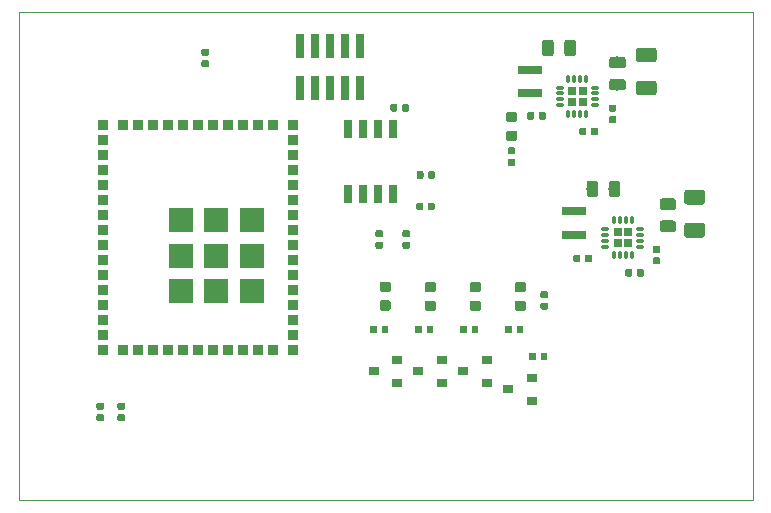
<source format=gbr>
G04 #@! TF.GenerationSoftware,KiCad,Pcbnew,(6.0.0-rc1-dev-1030-g80d50d98b)*
G04 #@! TF.CreationDate,2019-01-07T10:15:23-07:00*
G04 #@! TF.ProjectId,airmed_board_w1.0,6169726D65645F626F6172645F77312E,rev?*
G04 #@! TF.SameCoordinates,Original*
G04 #@! TF.FileFunction,Paste,Top*
G04 #@! TF.FilePolarity,Positive*
%FSLAX46Y46*%
G04 Gerber Fmt 4.6, Leading zero omitted, Abs format (unit mm)*
G04 Created by KiCad (PCBNEW (6.0.0-rc1-dev-1030-g80d50d98b)) date Monday, January 07, 2019 at 10:15:23 AM*
%MOMM*%
%LPD*%
G01*
G04 APERTURE LIST*
%ADD10C,0.050000*%
%ADD11C,0.100000*%
%ADD12C,0.590000*%
%ADD13C,0.875000*%
%ADD14C,1.250000*%
%ADD15R,2.100000X2.100000*%
%ADD16R,0.900000X0.900000*%
%ADD17R,0.730000X0.730000*%
%ADD18O,0.300000X0.750000*%
%ADD19O,0.750000X0.300000*%
%ADD20R,2.000000X0.800000*%
%ADD21C,0.975000*%
%ADD22R,0.900000X0.800000*%
%ADD23R,0.750000X2.100000*%
%ADD24R,0.700000X1.550000*%
G04 APERTURE END LIST*
D10*
X113487200Y-131826000D02*
X113487200Y-116027200D01*
X175641000Y-131826000D02*
X113487200Y-131826000D01*
X175641000Y-90474800D02*
X175641000Y-131826000D01*
X113487200Y-90474800D02*
X175641000Y-90474800D01*
X113487200Y-91948000D02*
X113487200Y-90474800D01*
X113487200Y-116027200D02*
X113487200Y-91948000D01*
D11*
G04 #@! TO.C,R5*
G36*
X155406358Y-102908310D02*
X155420676Y-102910434D01*
X155434717Y-102913951D01*
X155448346Y-102918828D01*
X155461431Y-102925017D01*
X155473847Y-102932458D01*
X155485473Y-102941081D01*
X155496198Y-102950802D01*
X155505919Y-102961527D01*
X155514542Y-102973153D01*
X155521983Y-102985569D01*
X155528172Y-102998654D01*
X155533049Y-103012283D01*
X155536566Y-103026324D01*
X155538690Y-103040642D01*
X155539400Y-103055100D01*
X155539400Y-103350100D01*
X155538690Y-103364558D01*
X155536566Y-103378876D01*
X155533049Y-103392917D01*
X155528172Y-103406546D01*
X155521983Y-103419631D01*
X155514542Y-103432047D01*
X155505919Y-103443673D01*
X155496198Y-103454398D01*
X155485473Y-103464119D01*
X155473847Y-103472742D01*
X155461431Y-103480183D01*
X155448346Y-103486372D01*
X155434717Y-103491249D01*
X155420676Y-103494766D01*
X155406358Y-103496890D01*
X155391900Y-103497600D01*
X155046900Y-103497600D01*
X155032442Y-103496890D01*
X155018124Y-103494766D01*
X155004083Y-103491249D01*
X154990454Y-103486372D01*
X154977369Y-103480183D01*
X154964953Y-103472742D01*
X154953327Y-103464119D01*
X154942602Y-103454398D01*
X154932881Y-103443673D01*
X154924258Y-103432047D01*
X154916817Y-103419631D01*
X154910628Y-103406546D01*
X154905751Y-103392917D01*
X154902234Y-103378876D01*
X154900110Y-103364558D01*
X154899400Y-103350100D01*
X154899400Y-103055100D01*
X154900110Y-103040642D01*
X154902234Y-103026324D01*
X154905751Y-103012283D01*
X154910628Y-102998654D01*
X154916817Y-102985569D01*
X154924258Y-102973153D01*
X154932881Y-102961527D01*
X154942602Y-102950802D01*
X154953327Y-102941081D01*
X154964953Y-102932458D01*
X154977369Y-102925017D01*
X154990454Y-102918828D01*
X155004083Y-102913951D01*
X155018124Y-102910434D01*
X155032442Y-102908310D01*
X155046900Y-102907600D01*
X155391900Y-102907600D01*
X155406358Y-102908310D01*
X155406358Y-102908310D01*
G37*
D12*
X155219400Y-103202600D03*
D11*
G36*
X155406358Y-101938310D02*
X155420676Y-101940434D01*
X155434717Y-101943951D01*
X155448346Y-101948828D01*
X155461431Y-101955017D01*
X155473847Y-101962458D01*
X155485473Y-101971081D01*
X155496198Y-101980802D01*
X155505919Y-101991527D01*
X155514542Y-102003153D01*
X155521983Y-102015569D01*
X155528172Y-102028654D01*
X155533049Y-102042283D01*
X155536566Y-102056324D01*
X155538690Y-102070642D01*
X155539400Y-102085100D01*
X155539400Y-102380100D01*
X155538690Y-102394558D01*
X155536566Y-102408876D01*
X155533049Y-102422917D01*
X155528172Y-102436546D01*
X155521983Y-102449631D01*
X155514542Y-102462047D01*
X155505919Y-102473673D01*
X155496198Y-102484398D01*
X155485473Y-102494119D01*
X155473847Y-102502742D01*
X155461431Y-102510183D01*
X155448346Y-102516372D01*
X155434717Y-102521249D01*
X155420676Y-102524766D01*
X155406358Y-102526890D01*
X155391900Y-102527600D01*
X155046900Y-102527600D01*
X155032442Y-102526890D01*
X155018124Y-102524766D01*
X155004083Y-102521249D01*
X154990454Y-102516372D01*
X154977369Y-102510183D01*
X154964953Y-102502742D01*
X154953327Y-102494119D01*
X154942602Y-102484398D01*
X154932881Y-102473673D01*
X154924258Y-102462047D01*
X154916817Y-102449631D01*
X154910628Y-102436546D01*
X154905751Y-102422917D01*
X154902234Y-102408876D01*
X154900110Y-102394558D01*
X154899400Y-102380100D01*
X154899400Y-102085100D01*
X154900110Y-102070642D01*
X154902234Y-102056324D01*
X154905751Y-102042283D01*
X154910628Y-102028654D01*
X154916817Y-102015569D01*
X154924258Y-102003153D01*
X154932881Y-101991527D01*
X154942602Y-101980802D01*
X154953327Y-101971081D01*
X154964953Y-101962458D01*
X154977369Y-101955017D01*
X154990454Y-101948828D01*
X155004083Y-101943951D01*
X155018124Y-101940434D01*
X155032442Y-101938310D01*
X155046900Y-101937600D01*
X155391900Y-101937600D01*
X155406358Y-101938310D01*
X155406358Y-101938310D01*
G37*
D12*
X155219400Y-102232600D03*
G04 #@! TD*
D11*
G04 #@! TO.C,D1*
G36*
X155497091Y-98928253D02*
X155518326Y-98931403D01*
X155539150Y-98936619D01*
X155559362Y-98943851D01*
X155578768Y-98953030D01*
X155597181Y-98964066D01*
X155614424Y-98976854D01*
X155630330Y-98991270D01*
X155644746Y-99007176D01*
X155657534Y-99024419D01*
X155668570Y-99042832D01*
X155677749Y-99062238D01*
X155684981Y-99082450D01*
X155690197Y-99103274D01*
X155693347Y-99124509D01*
X155694400Y-99145950D01*
X155694400Y-99583450D01*
X155693347Y-99604891D01*
X155690197Y-99626126D01*
X155684981Y-99646950D01*
X155677749Y-99667162D01*
X155668570Y-99686568D01*
X155657534Y-99704981D01*
X155644746Y-99722224D01*
X155630330Y-99738130D01*
X155614424Y-99752546D01*
X155597181Y-99765334D01*
X155578768Y-99776370D01*
X155559362Y-99785549D01*
X155539150Y-99792781D01*
X155518326Y-99797997D01*
X155497091Y-99801147D01*
X155475650Y-99802200D01*
X154963150Y-99802200D01*
X154941709Y-99801147D01*
X154920474Y-99797997D01*
X154899650Y-99792781D01*
X154879438Y-99785549D01*
X154860032Y-99776370D01*
X154841619Y-99765334D01*
X154824376Y-99752546D01*
X154808470Y-99738130D01*
X154794054Y-99722224D01*
X154781266Y-99704981D01*
X154770230Y-99686568D01*
X154761051Y-99667162D01*
X154753819Y-99646950D01*
X154748603Y-99626126D01*
X154745453Y-99604891D01*
X154744400Y-99583450D01*
X154744400Y-99145950D01*
X154745453Y-99124509D01*
X154748603Y-99103274D01*
X154753819Y-99082450D01*
X154761051Y-99062238D01*
X154770230Y-99042832D01*
X154781266Y-99024419D01*
X154794054Y-99007176D01*
X154808470Y-98991270D01*
X154824376Y-98976854D01*
X154841619Y-98964066D01*
X154860032Y-98953030D01*
X154879438Y-98943851D01*
X154899650Y-98936619D01*
X154920474Y-98931403D01*
X154941709Y-98928253D01*
X154963150Y-98927200D01*
X155475650Y-98927200D01*
X155497091Y-98928253D01*
X155497091Y-98928253D01*
G37*
D13*
X155219400Y-99364700D03*
D11*
G36*
X155497091Y-100503253D02*
X155518326Y-100506403D01*
X155539150Y-100511619D01*
X155559362Y-100518851D01*
X155578768Y-100528030D01*
X155597181Y-100539066D01*
X155614424Y-100551854D01*
X155630330Y-100566270D01*
X155644746Y-100582176D01*
X155657534Y-100599419D01*
X155668570Y-100617832D01*
X155677749Y-100637238D01*
X155684981Y-100657450D01*
X155690197Y-100678274D01*
X155693347Y-100699509D01*
X155694400Y-100720950D01*
X155694400Y-101158450D01*
X155693347Y-101179891D01*
X155690197Y-101201126D01*
X155684981Y-101221950D01*
X155677749Y-101242162D01*
X155668570Y-101261568D01*
X155657534Y-101279981D01*
X155644746Y-101297224D01*
X155630330Y-101313130D01*
X155614424Y-101327546D01*
X155597181Y-101340334D01*
X155578768Y-101351370D01*
X155559362Y-101360549D01*
X155539150Y-101367781D01*
X155518326Y-101372997D01*
X155497091Y-101376147D01*
X155475650Y-101377200D01*
X154963150Y-101377200D01*
X154941709Y-101376147D01*
X154920474Y-101372997D01*
X154899650Y-101367781D01*
X154879438Y-101360549D01*
X154860032Y-101351370D01*
X154841619Y-101340334D01*
X154824376Y-101327546D01*
X154808470Y-101313130D01*
X154794054Y-101297224D01*
X154781266Y-101279981D01*
X154770230Y-101261568D01*
X154761051Y-101242162D01*
X154753819Y-101221950D01*
X154748603Y-101201126D01*
X154745453Y-101179891D01*
X154744400Y-101158450D01*
X154744400Y-100720950D01*
X154745453Y-100699509D01*
X154748603Y-100678274D01*
X154753819Y-100657450D01*
X154761051Y-100637238D01*
X154770230Y-100617832D01*
X154781266Y-100599419D01*
X154794054Y-100582176D01*
X154808470Y-100566270D01*
X154824376Y-100551854D01*
X154841619Y-100539066D01*
X154860032Y-100528030D01*
X154879438Y-100518851D01*
X154899650Y-100511619D01*
X154920474Y-100506403D01*
X154941709Y-100503253D01*
X154963150Y-100502200D01*
X155475650Y-100502200D01*
X155497091Y-100503253D01*
X155497091Y-100503253D01*
G37*
D13*
X155219400Y-100939700D03*
G04 #@! TD*
D11*
G04 #@! TO.C,C3*
G36*
X167273504Y-93480204D02*
X167297773Y-93483804D01*
X167321571Y-93489765D01*
X167344671Y-93498030D01*
X167366849Y-93508520D01*
X167387893Y-93521133D01*
X167407598Y-93535747D01*
X167425777Y-93552223D01*
X167442253Y-93570402D01*
X167456867Y-93590107D01*
X167469480Y-93611151D01*
X167479970Y-93633329D01*
X167488235Y-93656429D01*
X167494196Y-93680227D01*
X167497796Y-93704496D01*
X167499000Y-93729000D01*
X167499000Y-94479000D01*
X167497796Y-94503504D01*
X167494196Y-94527773D01*
X167488235Y-94551571D01*
X167479970Y-94574671D01*
X167469480Y-94596849D01*
X167456867Y-94617893D01*
X167442253Y-94637598D01*
X167425777Y-94655777D01*
X167407598Y-94672253D01*
X167387893Y-94686867D01*
X167366849Y-94699480D01*
X167344671Y-94709970D01*
X167321571Y-94718235D01*
X167297773Y-94724196D01*
X167273504Y-94727796D01*
X167249000Y-94729000D01*
X165999000Y-94729000D01*
X165974496Y-94727796D01*
X165950227Y-94724196D01*
X165926429Y-94718235D01*
X165903329Y-94709970D01*
X165881151Y-94699480D01*
X165860107Y-94686867D01*
X165840402Y-94672253D01*
X165822223Y-94655777D01*
X165805747Y-94637598D01*
X165791133Y-94617893D01*
X165778520Y-94596849D01*
X165768030Y-94574671D01*
X165759765Y-94551571D01*
X165753804Y-94527773D01*
X165750204Y-94503504D01*
X165749000Y-94479000D01*
X165749000Y-93729000D01*
X165750204Y-93704496D01*
X165753804Y-93680227D01*
X165759765Y-93656429D01*
X165768030Y-93633329D01*
X165778520Y-93611151D01*
X165791133Y-93590107D01*
X165805747Y-93570402D01*
X165822223Y-93552223D01*
X165840402Y-93535747D01*
X165860107Y-93521133D01*
X165881151Y-93508520D01*
X165903329Y-93498030D01*
X165926429Y-93489765D01*
X165950227Y-93483804D01*
X165974496Y-93480204D01*
X165999000Y-93479000D01*
X167249000Y-93479000D01*
X167273504Y-93480204D01*
X167273504Y-93480204D01*
G37*
D14*
X166624000Y-94104000D03*
D11*
G36*
X167273504Y-96280204D02*
X167297773Y-96283804D01*
X167321571Y-96289765D01*
X167344671Y-96298030D01*
X167366849Y-96308520D01*
X167387893Y-96321133D01*
X167407598Y-96335747D01*
X167425777Y-96352223D01*
X167442253Y-96370402D01*
X167456867Y-96390107D01*
X167469480Y-96411151D01*
X167479970Y-96433329D01*
X167488235Y-96456429D01*
X167494196Y-96480227D01*
X167497796Y-96504496D01*
X167499000Y-96529000D01*
X167499000Y-97279000D01*
X167497796Y-97303504D01*
X167494196Y-97327773D01*
X167488235Y-97351571D01*
X167479970Y-97374671D01*
X167469480Y-97396849D01*
X167456867Y-97417893D01*
X167442253Y-97437598D01*
X167425777Y-97455777D01*
X167407598Y-97472253D01*
X167387893Y-97486867D01*
X167366849Y-97499480D01*
X167344671Y-97509970D01*
X167321571Y-97518235D01*
X167297773Y-97524196D01*
X167273504Y-97527796D01*
X167249000Y-97529000D01*
X165999000Y-97529000D01*
X165974496Y-97527796D01*
X165950227Y-97524196D01*
X165926429Y-97518235D01*
X165903329Y-97509970D01*
X165881151Y-97499480D01*
X165860107Y-97486867D01*
X165840402Y-97472253D01*
X165822223Y-97455777D01*
X165805747Y-97437598D01*
X165791133Y-97417893D01*
X165778520Y-97396849D01*
X165768030Y-97374671D01*
X165759765Y-97351571D01*
X165753804Y-97327773D01*
X165750204Y-97303504D01*
X165749000Y-97279000D01*
X165749000Y-96529000D01*
X165750204Y-96504496D01*
X165753804Y-96480227D01*
X165759765Y-96456429D01*
X165768030Y-96433329D01*
X165778520Y-96411151D01*
X165791133Y-96390107D01*
X165805747Y-96370402D01*
X165822223Y-96352223D01*
X165840402Y-96335747D01*
X165860107Y-96321133D01*
X165881151Y-96308520D01*
X165903329Y-96298030D01*
X165926429Y-96289765D01*
X165950227Y-96283804D01*
X165974496Y-96280204D01*
X165999000Y-96279000D01*
X167249000Y-96279000D01*
X167273504Y-96280204D01*
X167273504Y-96280204D01*
G37*
D14*
X166624000Y-96904000D03*
G04 #@! TD*
D11*
G04 #@! TO.C,C1*
G36*
X171362904Y-105519804D02*
X171387173Y-105523404D01*
X171410971Y-105529365D01*
X171434071Y-105537630D01*
X171456249Y-105548120D01*
X171477293Y-105560733D01*
X171496998Y-105575347D01*
X171515177Y-105591823D01*
X171531653Y-105610002D01*
X171546267Y-105629707D01*
X171558880Y-105650751D01*
X171569370Y-105672929D01*
X171577635Y-105696029D01*
X171583596Y-105719827D01*
X171587196Y-105744096D01*
X171588400Y-105768600D01*
X171588400Y-106518600D01*
X171587196Y-106543104D01*
X171583596Y-106567373D01*
X171577635Y-106591171D01*
X171569370Y-106614271D01*
X171558880Y-106636449D01*
X171546267Y-106657493D01*
X171531653Y-106677198D01*
X171515177Y-106695377D01*
X171496998Y-106711853D01*
X171477293Y-106726467D01*
X171456249Y-106739080D01*
X171434071Y-106749570D01*
X171410971Y-106757835D01*
X171387173Y-106763796D01*
X171362904Y-106767396D01*
X171338400Y-106768600D01*
X170088400Y-106768600D01*
X170063896Y-106767396D01*
X170039627Y-106763796D01*
X170015829Y-106757835D01*
X169992729Y-106749570D01*
X169970551Y-106739080D01*
X169949507Y-106726467D01*
X169929802Y-106711853D01*
X169911623Y-106695377D01*
X169895147Y-106677198D01*
X169880533Y-106657493D01*
X169867920Y-106636449D01*
X169857430Y-106614271D01*
X169849165Y-106591171D01*
X169843204Y-106567373D01*
X169839604Y-106543104D01*
X169838400Y-106518600D01*
X169838400Y-105768600D01*
X169839604Y-105744096D01*
X169843204Y-105719827D01*
X169849165Y-105696029D01*
X169857430Y-105672929D01*
X169867920Y-105650751D01*
X169880533Y-105629707D01*
X169895147Y-105610002D01*
X169911623Y-105591823D01*
X169929802Y-105575347D01*
X169949507Y-105560733D01*
X169970551Y-105548120D01*
X169992729Y-105537630D01*
X170015829Y-105529365D01*
X170039627Y-105523404D01*
X170063896Y-105519804D01*
X170088400Y-105518600D01*
X171338400Y-105518600D01*
X171362904Y-105519804D01*
X171362904Y-105519804D01*
G37*
D14*
X170713400Y-106143600D03*
D11*
G36*
X171362904Y-108319804D02*
X171387173Y-108323404D01*
X171410971Y-108329365D01*
X171434071Y-108337630D01*
X171456249Y-108348120D01*
X171477293Y-108360733D01*
X171496998Y-108375347D01*
X171515177Y-108391823D01*
X171531653Y-108410002D01*
X171546267Y-108429707D01*
X171558880Y-108450751D01*
X171569370Y-108472929D01*
X171577635Y-108496029D01*
X171583596Y-108519827D01*
X171587196Y-108544096D01*
X171588400Y-108568600D01*
X171588400Y-109318600D01*
X171587196Y-109343104D01*
X171583596Y-109367373D01*
X171577635Y-109391171D01*
X171569370Y-109414271D01*
X171558880Y-109436449D01*
X171546267Y-109457493D01*
X171531653Y-109477198D01*
X171515177Y-109495377D01*
X171496998Y-109511853D01*
X171477293Y-109526467D01*
X171456249Y-109539080D01*
X171434071Y-109549570D01*
X171410971Y-109557835D01*
X171387173Y-109563796D01*
X171362904Y-109567396D01*
X171338400Y-109568600D01*
X170088400Y-109568600D01*
X170063896Y-109567396D01*
X170039627Y-109563796D01*
X170015829Y-109557835D01*
X169992729Y-109549570D01*
X169970551Y-109539080D01*
X169949507Y-109526467D01*
X169929802Y-109511853D01*
X169911623Y-109495377D01*
X169895147Y-109477198D01*
X169880533Y-109457493D01*
X169867920Y-109436449D01*
X169857430Y-109414271D01*
X169849165Y-109391171D01*
X169843204Y-109367373D01*
X169839604Y-109343104D01*
X169838400Y-109318600D01*
X169838400Y-108568600D01*
X169839604Y-108544096D01*
X169843204Y-108519827D01*
X169849165Y-108496029D01*
X169857430Y-108472929D01*
X169867920Y-108450751D01*
X169880533Y-108429707D01*
X169895147Y-108410002D01*
X169911623Y-108391823D01*
X169929802Y-108375347D01*
X169949507Y-108360733D01*
X169970551Y-108348120D01*
X169992729Y-108337630D01*
X170015829Y-108329365D01*
X170039627Y-108323404D01*
X170063896Y-108319804D01*
X170088400Y-108318600D01*
X171338400Y-108318600D01*
X171362904Y-108319804D01*
X171362904Y-108319804D01*
G37*
D14*
X170713400Y-108943600D03*
G04 #@! TD*
D15*
G04 #@! TO.C,IC1*
X127201800Y-108101000D03*
X127201800Y-111101000D03*
X127201800Y-114101000D03*
X130201800Y-108101000D03*
X130201800Y-111101000D03*
X130201800Y-114101000D03*
X133201800Y-108101000D03*
X133201800Y-111101000D03*
X133201800Y-114101000D03*
D16*
X135051800Y-119126000D03*
X133781800Y-119126000D03*
X132511800Y-119126000D03*
X131241800Y-119126000D03*
X129971800Y-119126000D03*
X128701800Y-119126000D03*
X127431800Y-119126000D03*
X126161800Y-119126000D03*
X124891800Y-119126000D03*
X123621800Y-119126000D03*
X122351800Y-119126000D03*
X120651800Y-119126000D03*
X120651800Y-117856000D03*
X120651800Y-116586000D03*
X120651800Y-115316000D03*
X120651800Y-114046000D03*
X120651800Y-112776000D03*
X120651800Y-111506000D03*
X120651800Y-110236000D03*
X120651800Y-108966000D03*
X120651800Y-107696000D03*
X120651800Y-106426000D03*
X120651800Y-105156000D03*
X120651800Y-103886000D03*
X120651800Y-102616000D03*
X120651800Y-101346000D03*
X120651800Y-100076000D03*
X122351800Y-100076000D03*
X123621800Y-100076000D03*
X124891800Y-100076000D03*
X126161800Y-100076000D03*
X127431800Y-100076000D03*
X128701800Y-100076000D03*
X129971800Y-100076000D03*
X131241800Y-100076000D03*
X132511800Y-100076000D03*
X133781800Y-100076000D03*
X135051800Y-100076000D03*
X136751800Y-100076000D03*
X136751800Y-101346000D03*
X136751800Y-102616000D03*
X136751800Y-103886000D03*
X136751800Y-105156000D03*
X136751800Y-106426000D03*
X136751800Y-107696000D03*
X136751800Y-108966000D03*
X136751800Y-110236000D03*
X136751800Y-111506000D03*
X136751800Y-112776000D03*
X136751800Y-114046000D03*
X136751800Y-115316000D03*
X136751800Y-116586000D03*
X136751800Y-117856000D03*
X136751800Y-119126000D03*
G04 #@! TD*
D17*
G04 #@! TO.C,U2*
X160332000Y-97162200D03*
X161232000Y-97162200D03*
X161232000Y-98062200D03*
X160332000Y-98062200D03*
D18*
X160032000Y-96137200D03*
X160532000Y-96137200D03*
X161032000Y-96137200D03*
X161532000Y-96137200D03*
D19*
X162257000Y-96862200D03*
X162257000Y-97362200D03*
X162257000Y-97862200D03*
X162257000Y-98362200D03*
D18*
X161532000Y-99087200D03*
X161032000Y-99087200D03*
X160532000Y-99087200D03*
X160032000Y-99087200D03*
D19*
X159307000Y-98362200D03*
X159307000Y-97862200D03*
X159307000Y-97362200D03*
X159307000Y-96862200D03*
G04 #@! TD*
D17*
G04 #@! TO.C,U1*
X164192800Y-109125600D03*
X165092800Y-109125600D03*
X165092800Y-110025600D03*
X164192800Y-110025600D03*
D18*
X163892800Y-108100600D03*
X164392800Y-108100600D03*
X164892800Y-108100600D03*
X165392800Y-108100600D03*
D19*
X166117800Y-108825600D03*
X166117800Y-109325600D03*
X166117800Y-109825600D03*
X166117800Y-110325600D03*
D18*
X165392800Y-111050600D03*
X164892800Y-111050600D03*
X164392800Y-111050600D03*
X163892800Y-111050600D03*
D19*
X163167800Y-110325600D03*
X163167800Y-109825600D03*
X163167800Y-109325600D03*
X163167800Y-108825600D03*
G04 #@! TD*
D11*
G04 #@! TO.C,R14*
G36*
X157974558Y-98943910D02*
X157988876Y-98946034D01*
X158002917Y-98949551D01*
X158016546Y-98954428D01*
X158029631Y-98960617D01*
X158042047Y-98968058D01*
X158053673Y-98976681D01*
X158064398Y-98986402D01*
X158074119Y-98997127D01*
X158082742Y-99008753D01*
X158090183Y-99021169D01*
X158096372Y-99034254D01*
X158101249Y-99047883D01*
X158104766Y-99061924D01*
X158106890Y-99076242D01*
X158107600Y-99090700D01*
X158107600Y-99435700D01*
X158106890Y-99450158D01*
X158104766Y-99464476D01*
X158101249Y-99478517D01*
X158096372Y-99492146D01*
X158090183Y-99505231D01*
X158082742Y-99517647D01*
X158074119Y-99529273D01*
X158064398Y-99539998D01*
X158053673Y-99549719D01*
X158042047Y-99558342D01*
X158029631Y-99565783D01*
X158016546Y-99571972D01*
X158002917Y-99576849D01*
X157988876Y-99580366D01*
X157974558Y-99582490D01*
X157960100Y-99583200D01*
X157665100Y-99583200D01*
X157650642Y-99582490D01*
X157636324Y-99580366D01*
X157622283Y-99576849D01*
X157608654Y-99571972D01*
X157595569Y-99565783D01*
X157583153Y-99558342D01*
X157571527Y-99549719D01*
X157560802Y-99539998D01*
X157551081Y-99529273D01*
X157542458Y-99517647D01*
X157535017Y-99505231D01*
X157528828Y-99492146D01*
X157523951Y-99478517D01*
X157520434Y-99464476D01*
X157518310Y-99450158D01*
X157517600Y-99435700D01*
X157517600Y-99090700D01*
X157518310Y-99076242D01*
X157520434Y-99061924D01*
X157523951Y-99047883D01*
X157528828Y-99034254D01*
X157535017Y-99021169D01*
X157542458Y-99008753D01*
X157551081Y-98997127D01*
X157560802Y-98986402D01*
X157571527Y-98976681D01*
X157583153Y-98968058D01*
X157595569Y-98960617D01*
X157608654Y-98954428D01*
X157622283Y-98949551D01*
X157636324Y-98946034D01*
X157650642Y-98943910D01*
X157665100Y-98943200D01*
X157960100Y-98943200D01*
X157974558Y-98943910D01*
X157974558Y-98943910D01*
G37*
D12*
X157812600Y-99263200D03*
D11*
G36*
X157004558Y-98943910D02*
X157018876Y-98946034D01*
X157032917Y-98949551D01*
X157046546Y-98954428D01*
X157059631Y-98960617D01*
X157072047Y-98968058D01*
X157083673Y-98976681D01*
X157094398Y-98986402D01*
X157104119Y-98997127D01*
X157112742Y-99008753D01*
X157120183Y-99021169D01*
X157126372Y-99034254D01*
X157131249Y-99047883D01*
X157134766Y-99061924D01*
X157136890Y-99076242D01*
X157137600Y-99090700D01*
X157137600Y-99435700D01*
X157136890Y-99450158D01*
X157134766Y-99464476D01*
X157131249Y-99478517D01*
X157126372Y-99492146D01*
X157120183Y-99505231D01*
X157112742Y-99517647D01*
X157104119Y-99529273D01*
X157094398Y-99539998D01*
X157083673Y-99549719D01*
X157072047Y-99558342D01*
X157059631Y-99565783D01*
X157046546Y-99571972D01*
X157032917Y-99576849D01*
X157018876Y-99580366D01*
X157004558Y-99582490D01*
X156990100Y-99583200D01*
X156695100Y-99583200D01*
X156680642Y-99582490D01*
X156666324Y-99580366D01*
X156652283Y-99576849D01*
X156638654Y-99571972D01*
X156625569Y-99565783D01*
X156613153Y-99558342D01*
X156601527Y-99549719D01*
X156590802Y-99539998D01*
X156581081Y-99529273D01*
X156572458Y-99517647D01*
X156565017Y-99505231D01*
X156558828Y-99492146D01*
X156553951Y-99478517D01*
X156550434Y-99464476D01*
X156548310Y-99450158D01*
X156547600Y-99435700D01*
X156547600Y-99090700D01*
X156548310Y-99076242D01*
X156550434Y-99061924D01*
X156553951Y-99047883D01*
X156558828Y-99034254D01*
X156565017Y-99021169D01*
X156572458Y-99008753D01*
X156581081Y-98997127D01*
X156590802Y-98986402D01*
X156601527Y-98976681D01*
X156613153Y-98968058D01*
X156625569Y-98960617D01*
X156638654Y-98954428D01*
X156652283Y-98949551D01*
X156666324Y-98946034D01*
X156680642Y-98943910D01*
X156695100Y-98943200D01*
X156990100Y-98943200D01*
X157004558Y-98943910D01*
X157004558Y-98943910D01*
G37*
D12*
X156842600Y-99263200D03*
G04 #@! TD*
D11*
G04 #@! TO.C,R13*
G36*
X161886158Y-111008910D02*
X161900476Y-111011034D01*
X161914517Y-111014551D01*
X161928146Y-111019428D01*
X161941231Y-111025617D01*
X161953647Y-111033058D01*
X161965273Y-111041681D01*
X161975998Y-111051402D01*
X161985719Y-111062127D01*
X161994342Y-111073753D01*
X162001783Y-111086169D01*
X162007972Y-111099254D01*
X162012849Y-111112883D01*
X162016366Y-111126924D01*
X162018490Y-111141242D01*
X162019200Y-111155700D01*
X162019200Y-111500700D01*
X162018490Y-111515158D01*
X162016366Y-111529476D01*
X162012849Y-111543517D01*
X162007972Y-111557146D01*
X162001783Y-111570231D01*
X161994342Y-111582647D01*
X161985719Y-111594273D01*
X161975998Y-111604998D01*
X161965273Y-111614719D01*
X161953647Y-111623342D01*
X161941231Y-111630783D01*
X161928146Y-111636972D01*
X161914517Y-111641849D01*
X161900476Y-111645366D01*
X161886158Y-111647490D01*
X161871700Y-111648200D01*
X161576700Y-111648200D01*
X161562242Y-111647490D01*
X161547924Y-111645366D01*
X161533883Y-111641849D01*
X161520254Y-111636972D01*
X161507169Y-111630783D01*
X161494753Y-111623342D01*
X161483127Y-111614719D01*
X161472402Y-111604998D01*
X161462681Y-111594273D01*
X161454058Y-111582647D01*
X161446617Y-111570231D01*
X161440428Y-111557146D01*
X161435551Y-111543517D01*
X161432034Y-111529476D01*
X161429910Y-111515158D01*
X161429200Y-111500700D01*
X161429200Y-111155700D01*
X161429910Y-111141242D01*
X161432034Y-111126924D01*
X161435551Y-111112883D01*
X161440428Y-111099254D01*
X161446617Y-111086169D01*
X161454058Y-111073753D01*
X161462681Y-111062127D01*
X161472402Y-111051402D01*
X161483127Y-111041681D01*
X161494753Y-111033058D01*
X161507169Y-111025617D01*
X161520254Y-111019428D01*
X161533883Y-111014551D01*
X161547924Y-111011034D01*
X161562242Y-111008910D01*
X161576700Y-111008200D01*
X161871700Y-111008200D01*
X161886158Y-111008910D01*
X161886158Y-111008910D01*
G37*
D12*
X161724200Y-111328200D03*
D11*
G36*
X160916158Y-111008910D02*
X160930476Y-111011034D01*
X160944517Y-111014551D01*
X160958146Y-111019428D01*
X160971231Y-111025617D01*
X160983647Y-111033058D01*
X160995273Y-111041681D01*
X161005998Y-111051402D01*
X161015719Y-111062127D01*
X161024342Y-111073753D01*
X161031783Y-111086169D01*
X161037972Y-111099254D01*
X161042849Y-111112883D01*
X161046366Y-111126924D01*
X161048490Y-111141242D01*
X161049200Y-111155700D01*
X161049200Y-111500700D01*
X161048490Y-111515158D01*
X161046366Y-111529476D01*
X161042849Y-111543517D01*
X161037972Y-111557146D01*
X161031783Y-111570231D01*
X161024342Y-111582647D01*
X161015719Y-111594273D01*
X161005998Y-111604998D01*
X160995273Y-111614719D01*
X160983647Y-111623342D01*
X160971231Y-111630783D01*
X160958146Y-111636972D01*
X160944517Y-111641849D01*
X160930476Y-111645366D01*
X160916158Y-111647490D01*
X160901700Y-111648200D01*
X160606700Y-111648200D01*
X160592242Y-111647490D01*
X160577924Y-111645366D01*
X160563883Y-111641849D01*
X160550254Y-111636972D01*
X160537169Y-111630783D01*
X160524753Y-111623342D01*
X160513127Y-111614719D01*
X160502402Y-111604998D01*
X160492681Y-111594273D01*
X160484058Y-111582647D01*
X160476617Y-111570231D01*
X160470428Y-111557146D01*
X160465551Y-111543517D01*
X160462034Y-111529476D01*
X160459910Y-111515158D01*
X160459200Y-111500700D01*
X160459200Y-111155700D01*
X160459910Y-111141242D01*
X160462034Y-111126924D01*
X160465551Y-111112883D01*
X160470428Y-111099254D01*
X160476617Y-111086169D01*
X160484058Y-111073753D01*
X160492681Y-111062127D01*
X160502402Y-111051402D01*
X160513127Y-111041681D01*
X160524753Y-111033058D01*
X160537169Y-111025617D01*
X160550254Y-111019428D01*
X160563883Y-111014551D01*
X160577924Y-111011034D01*
X160592242Y-111008910D01*
X160606700Y-111008200D01*
X160901700Y-111008200D01*
X160916158Y-111008910D01*
X160916158Y-111008910D01*
G37*
D12*
X160754200Y-111328200D03*
G04 #@! TD*
D20*
G04 #@! TO.C,L3*
X156794200Y-95367600D03*
X156794200Y-97367600D03*
G04 #@! TD*
G04 #@! TO.C,L2*
X160477200Y-107331000D03*
X160477200Y-109331000D03*
G04 #@! TD*
D11*
G04 #@! TO.C,C17*
G36*
X158562742Y-92798574D02*
X158586403Y-92802084D01*
X158609607Y-92807896D01*
X158632129Y-92815954D01*
X158653753Y-92826182D01*
X158674270Y-92838479D01*
X158693483Y-92852729D01*
X158711207Y-92868793D01*
X158727271Y-92886517D01*
X158741521Y-92905730D01*
X158753818Y-92926247D01*
X158764046Y-92947871D01*
X158772104Y-92970393D01*
X158777916Y-92993597D01*
X158781426Y-93017258D01*
X158782600Y-93041150D01*
X158782600Y-93953650D01*
X158781426Y-93977542D01*
X158777916Y-94001203D01*
X158772104Y-94024407D01*
X158764046Y-94046929D01*
X158753818Y-94068553D01*
X158741521Y-94089070D01*
X158727271Y-94108283D01*
X158711207Y-94126007D01*
X158693483Y-94142071D01*
X158674270Y-94156321D01*
X158653753Y-94168618D01*
X158632129Y-94178846D01*
X158609607Y-94186904D01*
X158586403Y-94192716D01*
X158562742Y-94196226D01*
X158538850Y-94197400D01*
X158051350Y-94197400D01*
X158027458Y-94196226D01*
X158003797Y-94192716D01*
X157980593Y-94186904D01*
X157958071Y-94178846D01*
X157936447Y-94168618D01*
X157915930Y-94156321D01*
X157896717Y-94142071D01*
X157878993Y-94126007D01*
X157862929Y-94108283D01*
X157848679Y-94089070D01*
X157836382Y-94068553D01*
X157826154Y-94046929D01*
X157818096Y-94024407D01*
X157812284Y-94001203D01*
X157808774Y-93977542D01*
X157807600Y-93953650D01*
X157807600Y-93041150D01*
X157808774Y-93017258D01*
X157812284Y-92993597D01*
X157818096Y-92970393D01*
X157826154Y-92947871D01*
X157836382Y-92926247D01*
X157848679Y-92905730D01*
X157862929Y-92886517D01*
X157878993Y-92868793D01*
X157896717Y-92852729D01*
X157915930Y-92838479D01*
X157936447Y-92826182D01*
X157958071Y-92815954D01*
X157980593Y-92807896D01*
X158003797Y-92802084D01*
X158027458Y-92798574D01*
X158051350Y-92797400D01*
X158538850Y-92797400D01*
X158562742Y-92798574D01*
X158562742Y-92798574D01*
G37*
D21*
X158295100Y-93497400D03*
D11*
G36*
X160437742Y-92798574D02*
X160461403Y-92802084D01*
X160484607Y-92807896D01*
X160507129Y-92815954D01*
X160528753Y-92826182D01*
X160549270Y-92838479D01*
X160568483Y-92852729D01*
X160586207Y-92868793D01*
X160602271Y-92886517D01*
X160616521Y-92905730D01*
X160628818Y-92926247D01*
X160639046Y-92947871D01*
X160647104Y-92970393D01*
X160652916Y-92993597D01*
X160656426Y-93017258D01*
X160657600Y-93041150D01*
X160657600Y-93953650D01*
X160656426Y-93977542D01*
X160652916Y-94001203D01*
X160647104Y-94024407D01*
X160639046Y-94046929D01*
X160628818Y-94068553D01*
X160616521Y-94089070D01*
X160602271Y-94108283D01*
X160586207Y-94126007D01*
X160568483Y-94142071D01*
X160549270Y-94156321D01*
X160528753Y-94168618D01*
X160507129Y-94178846D01*
X160484607Y-94186904D01*
X160461403Y-94192716D01*
X160437742Y-94196226D01*
X160413850Y-94197400D01*
X159926350Y-94197400D01*
X159902458Y-94196226D01*
X159878797Y-94192716D01*
X159855593Y-94186904D01*
X159833071Y-94178846D01*
X159811447Y-94168618D01*
X159790930Y-94156321D01*
X159771717Y-94142071D01*
X159753993Y-94126007D01*
X159737929Y-94108283D01*
X159723679Y-94089070D01*
X159711382Y-94068553D01*
X159701154Y-94046929D01*
X159693096Y-94024407D01*
X159687284Y-94001203D01*
X159683774Y-93977542D01*
X159682600Y-93953650D01*
X159682600Y-93041150D01*
X159683774Y-93017258D01*
X159687284Y-92993597D01*
X159693096Y-92970393D01*
X159701154Y-92947871D01*
X159711382Y-92926247D01*
X159723679Y-92905730D01*
X159737929Y-92886517D01*
X159753993Y-92868793D01*
X159771717Y-92852729D01*
X159790930Y-92838479D01*
X159811447Y-92826182D01*
X159833071Y-92815954D01*
X159855593Y-92807896D01*
X159878797Y-92802084D01*
X159902458Y-92798574D01*
X159926350Y-92797400D01*
X160413850Y-92797400D01*
X160437742Y-92798574D01*
X160437742Y-92798574D01*
G37*
D21*
X160170100Y-93497400D03*
G04 #@! TD*
D11*
G04 #@! TO.C,C16*
G36*
X164194642Y-104736574D02*
X164218303Y-104740084D01*
X164241507Y-104745896D01*
X164264029Y-104753954D01*
X164285653Y-104764182D01*
X164306170Y-104776479D01*
X164325383Y-104790729D01*
X164343107Y-104806793D01*
X164359171Y-104824517D01*
X164373421Y-104843730D01*
X164385718Y-104864247D01*
X164395946Y-104885871D01*
X164404004Y-104908393D01*
X164409816Y-104931597D01*
X164413326Y-104955258D01*
X164414500Y-104979150D01*
X164414500Y-105891650D01*
X164413326Y-105915542D01*
X164409816Y-105939203D01*
X164404004Y-105962407D01*
X164395946Y-105984929D01*
X164385718Y-106006553D01*
X164373421Y-106027070D01*
X164359171Y-106046283D01*
X164343107Y-106064007D01*
X164325383Y-106080071D01*
X164306170Y-106094321D01*
X164285653Y-106106618D01*
X164264029Y-106116846D01*
X164241507Y-106124904D01*
X164218303Y-106130716D01*
X164194642Y-106134226D01*
X164170750Y-106135400D01*
X163683250Y-106135400D01*
X163659358Y-106134226D01*
X163635697Y-106130716D01*
X163612493Y-106124904D01*
X163589971Y-106116846D01*
X163568347Y-106106618D01*
X163547830Y-106094321D01*
X163528617Y-106080071D01*
X163510893Y-106064007D01*
X163494829Y-106046283D01*
X163480579Y-106027070D01*
X163468282Y-106006553D01*
X163458054Y-105984929D01*
X163449996Y-105962407D01*
X163444184Y-105939203D01*
X163440674Y-105915542D01*
X163439500Y-105891650D01*
X163439500Y-104979150D01*
X163440674Y-104955258D01*
X163444184Y-104931597D01*
X163449996Y-104908393D01*
X163458054Y-104885871D01*
X163468282Y-104864247D01*
X163480579Y-104843730D01*
X163494829Y-104824517D01*
X163510893Y-104806793D01*
X163528617Y-104790729D01*
X163547830Y-104776479D01*
X163568347Y-104764182D01*
X163589971Y-104753954D01*
X163612493Y-104745896D01*
X163635697Y-104740084D01*
X163659358Y-104736574D01*
X163683250Y-104735400D01*
X164170750Y-104735400D01*
X164194642Y-104736574D01*
X164194642Y-104736574D01*
G37*
D21*
X163927000Y-105435400D03*
D11*
G36*
X162319642Y-104736574D02*
X162343303Y-104740084D01*
X162366507Y-104745896D01*
X162389029Y-104753954D01*
X162410653Y-104764182D01*
X162431170Y-104776479D01*
X162450383Y-104790729D01*
X162468107Y-104806793D01*
X162484171Y-104824517D01*
X162498421Y-104843730D01*
X162510718Y-104864247D01*
X162520946Y-104885871D01*
X162529004Y-104908393D01*
X162534816Y-104931597D01*
X162538326Y-104955258D01*
X162539500Y-104979150D01*
X162539500Y-105891650D01*
X162538326Y-105915542D01*
X162534816Y-105939203D01*
X162529004Y-105962407D01*
X162520946Y-105984929D01*
X162510718Y-106006553D01*
X162498421Y-106027070D01*
X162484171Y-106046283D01*
X162468107Y-106064007D01*
X162450383Y-106080071D01*
X162431170Y-106094321D01*
X162410653Y-106106618D01*
X162389029Y-106116846D01*
X162366507Y-106124904D01*
X162343303Y-106130716D01*
X162319642Y-106134226D01*
X162295750Y-106135400D01*
X161808250Y-106135400D01*
X161784358Y-106134226D01*
X161760697Y-106130716D01*
X161737493Y-106124904D01*
X161714971Y-106116846D01*
X161693347Y-106106618D01*
X161672830Y-106094321D01*
X161653617Y-106080071D01*
X161635893Y-106064007D01*
X161619829Y-106046283D01*
X161605579Y-106027070D01*
X161593282Y-106006553D01*
X161583054Y-105984929D01*
X161574996Y-105962407D01*
X161569184Y-105939203D01*
X161565674Y-105915542D01*
X161564500Y-105891650D01*
X161564500Y-104979150D01*
X161565674Y-104955258D01*
X161569184Y-104931597D01*
X161574996Y-104908393D01*
X161583054Y-104885871D01*
X161593282Y-104864247D01*
X161605579Y-104843730D01*
X161619829Y-104824517D01*
X161635893Y-104806793D01*
X161653617Y-104790729D01*
X161672830Y-104776479D01*
X161693347Y-104764182D01*
X161714971Y-104753954D01*
X161737493Y-104745896D01*
X161760697Y-104740084D01*
X161784358Y-104736574D01*
X161808250Y-104735400D01*
X162295750Y-104735400D01*
X162319642Y-104736574D01*
X162319642Y-104736574D01*
G37*
D21*
X162052000Y-105435400D03*
G04 #@! TD*
D11*
G04 #@! TO.C,C15*
G36*
X163966158Y-99276110D02*
X163980476Y-99278234D01*
X163994517Y-99281751D01*
X164008146Y-99286628D01*
X164021231Y-99292817D01*
X164033647Y-99300258D01*
X164045273Y-99308881D01*
X164055998Y-99318602D01*
X164065719Y-99329327D01*
X164074342Y-99340953D01*
X164081783Y-99353369D01*
X164087972Y-99366454D01*
X164092849Y-99380083D01*
X164096366Y-99394124D01*
X164098490Y-99408442D01*
X164099200Y-99422900D01*
X164099200Y-99717900D01*
X164098490Y-99732358D01*
X164096366Y-99746676D01*
X164092849Y-99760717D01*
X164087972Y-99774346D01*
X164081783Y-99787431D01*
X164074342Y-99799847D01*
X164065719Y-99811473D01*
X164055998Y-99822198D01*
X164045273Y-99831919D01*
X164033647Y-99840542D01*
X164021231Y-99847983D01*
X164008146Y-99854172D01*
X163994517Y-99859049D01*
X163980476Y-99862566D01*
X163966158Y-99864690D01*
X163951700Y-99865400D01*
X163606700Y-99865400D01*
X163592242Y-99864690D01*
X163577924Y-99862566D01*
X163563883Y-99859049D01*
X163550254Y-99854172D01*
X163537169Y-99847983D01*
X163524753Y-99840542D01*
X163513127Y-99831919D01*
X163502402Y-99822198D01*
X163492681Y-99811473D01*
X163484058Y-99799847D01*
X163476617Y-99787431D01*
X163470428Y-99774346D01*
X163465551Y-99760717D01*
X163462034Y-99746676D01*
X163459910Y-99732358D01*
X163459200Y-99717900D01*
X163459200Y-99422900D01*
X163459910Y-99408442D01*
X163462034Y-99394124D01*
X163465551Y-99380083D01*
X163470428Y-99366454D01*
X163476617Y-99353369D01*
X163484058Y-99340953D01*
X163492681Y-99329327D01*
X163502402Y-99318602D01*
X163513127Y-99308881D01*
X163524753Y-99300258D01*
X163537169Y-99292817D01*
X163550254Y-99286628D01*
X163563883Y-99281751D01*
X163577924Y-99278234D01*
X163592242Y-99276110D01*
X163606700Y-99275400D01*
X163951700Y-99275400D01*
X163966158Y-99276110D01*
X163966158Y-99276110D01*
G37*
D12*
X163779200Y-99570400D03*
D11*
G36*
X163966158Y-98306110D02*
X163980476Y-98308234D01*
X163994517Y-98311751D01*
X164008146Y-98316628D01*
X164021231Y-98322817D01*
X164033647Y-98330258D01*
X164045273Y-98338881D01*
X164055998Y-98348602D01*
X164065719Y-98359327D01*
X164074342Y-98370953D01*
X164081783Y-98383369D01*
X164087972Y-98396454D01*
X164092849Y-98410083D01*
X164096366Y-98424124D01*
X164098490Y-98438442D01*
X164099200Y-98452900D01*
X164099200Y-98747900D01*
X164098490Y-98762358D01*
X164096366Y-98776676D01*
X164092849Y-98790717D01*
X164087972Y-98804346D01*
X164081783Y-98817431D01*
X164074342Y-98829847D01*
X164065719Y-98841473D01*
X164055998Y-98852198D01*
X164045273Y-98861919D01*
X164033647Y-98870542D01*
X164021231Y-98877983D01*
X164008146Y-98884172D01*
X163994517Y-98889049D01*
X163980476Y-98892566D01*
X163966158Y-98894690D01*
X163951700Y-98895400D01*
X163606700Y-98895400D01*
X163592242Y-98894690D01*
X163577924Y-98892566D01*
X163563883Y-98889049D01*
X163550254Y-98884172D01*
X163537169Y-98877983D01*
X163524753Y-98870542D01*
X163513127Y-98861919D01*
X163502402Y-98852198D01*
X163492681Y-98841473D01*
X163484058Y-98829847D01*
X163476617Y-98817431D01*
X163470428Y-98804346D01*
X163465551Y-98790717D01*
X163462034Y-98776676D01*
X163459910Y-98762358D01*
X163459200Y-98747900D01*
X163459200Y-98452900D01*
X163459910Y-98438442D01*
X163462034Y-98424124D01*
X163465551Y-98410083D01*
X163470428Y-98396454D01*
X163476617Y-98383369D01*
X163484058Y-98370953D01*
X163492681Y-98359327D01*
X163502402Y-98348602D01*
X163513127Y-98338881D01*
X163524753Y-98330258D01*
X163537169Y-98322817D01*
X163550254Y-98316628D01*
X163563883Y-98311751D01*
X163577924Y-98308234D01*
X163592242Y-98306110D01*
X163606700Y-98305400D01*
X163951700Y-98305400D01*
X163966158Y-98306110D01*
X163966158Y-98306110D01*
G37*
D12*
X163779200Y-98600400D03*
G04 #@! TD*
D11*
G04 #@! TO.C,C14*
G36*
X167674558Y-111239510D02*
X167688876Y-111241634D01*
X167702917Y-111245151D01*
X167716546Y-111250028D01*
X167729631Y-111256217D01*
X167742047Y-111263658D01*
X167753673Y-111272281D01*
X167764398Y-111282002D01*
X167774119Y-111292727D01*
X167782742Y-111304353D01*
X167790183Y-111316769D01*
X167796372Y-111329854D01*
X167801249Y-111343483D01*
X167804766Y-111357524D01*
X167806890Y-111371842D01*
X167807600Y-111386300D01*
X167807600Y-111681300D01*
X167806890Y-111695758D01*
X167804766Y-111710076D01*
X167801249Y-111724117D01*
X167796372Y-111737746D01*
X167790183Y-111750831D01*
X167782742Y-111763247D01*
X167774119Y-111774873D01*
X167764398Y-111785598D01*
X167753673Y-111795319D01*
X167742047Y-111803942D01*
X167729631Y-111811383D01*
X167716546Y-111817572D01*
X167702917Y-111822449D01*
X167688876Y-111825966D01*
X167674558Y-111828090D01*
X167660100Y-111828800D01*
X167315100Y-111828800D01*
X167300642Y-111828090D01*
X167286324Y-111825966D01*
X167272283Y-111822449D01*
X167258654Y-111817572D01*
X167245569Y-111811383D01*
X167233153Y-111803942D01*
X167221527Y-111795319D01*
X167210802Y-111785598D01*
X167201081Y-111774873D01*
X167192458Y-111763247D01*
X167185017Y-111750831D01*
X167178828Y-111737746D01*
X167173951Y-111724117D01*
X167170434Y-111710076D01*
X167168310Y-111695758D01*
X167167600Y-111681300D01*
X167167600Y-111386300D01*
X167168310Y-111371842D01*
X167170434Y-111357524D01*
X167173951Y-111343483D01*
X167178828Y-111329854D01*
X167185017Y-111316769D01*
X167192458Y-111304353D01*
X167201081Y-111292727D01*
X167210802Y-111282002D01*
X167221527Y-111272281D01*
X167233153Y-111263658D01*
X167245569Y-111256217D01*
X167258654Y-111250028D01*
X167272283Y-111245151D01*
X167286324Y-111241634D01*
X167300642Y-111239510D01*
X167315100Y-111238800D01*
X167660100Y-111238800D01*
X167674558Y-111239510D01*
X167674558Y-111239510D01*
G37*
D12*
X167487600Y-111533800D03*
D11*
G36*
X167674558Y-110269510D02*
X167688876Y-110271634D01*
X167702917Y-110275151D01*
X167716546Y-110280028D01*
X167729631Y-110286217D01*
X167742047Y-110293658D01*
X167753673Y-110302281D01*
X167764398Y-110312002D01*
X167774119Y-110322727D01*
X167782742Y-110334353D01*
X167790183Y-110346769D01*
X167796372Y-110359854D01*
X167801249Y-110373483D01*
X167804766Y-110387524D01*
X167806890Y-110401842D01*
X167807600Y-110416300D01*
X167807600Y-110711300D01*
X167806890Y-110725758D01*
X167804766Y-110740076D01*
X167801249Y-110754117D01*
X167796372Y-110767746D01*
X167790183Y-110780831D01*
X167782742Y-110793247D01*
X167774119Y-110804873D01*
X167764398Y-110815598D01*
X167753673Y-110825319D01*
X167742047Y-110833942D01*
X167729631Y-110841383D01*
X167716546Y-110847572D01*
X167702917Y-110852449D01*
X167688876Y-110855966D01*
X167674558Y-110858090D01*
X167660100Y-110858800D01*
X167315100Y-110858800D01*
X167300642Y-110858090D01*
X167286324Y-110855966D01*
X167272283Y-110852449D01*
X167258654Y-110847572D01*
X167245569Y-110841383D01*
X167233153Y-110833942D01*
X167221527Y-110825319D01*
X167210802Y-110815598D01*
X167201081Y-110804873D01*
X167192458Y-110793247D01*
X167185017Y-110780831D01*
X167178828Y-110767746D01*
X167173951Y-110754117D01*
X167170434Y-110740076D01*
X167168310Y-110725758D01*
X167167600Y-110711300D01*
X167167600Y-110416300D01*
X167168310Y-110401842D01*
X167170434Y-110387524D01*
X167173951Y-110373483D01*
X167178828Y-110359854D01*
X167185017Y-110346769D01*
X167192458Y-110334353D01*
X167201081Y-110322727D01*
X167210802Y-110312002D01*
X167221527Y-110302281D01*
X167233153Y-110293658D01*
X167245569Y-110286217D01*
X167258654Y-110280028D01*
X167272283Y-110275151D01*
X167286324Y-110271634D01*
X167300642Y-110269510D01*
X167315100Y-110268800D01*
X167660100Y-110268800D01*
X167674558Y-110269510D01*
X167674558Y-110269510D01*
G37*
D12*
X167487600Y-110563800D03*
G04 #@! TD*
D11*
G04 #@! TO.C,C13*
G36*
X165310358Y-112228110D02*
X165324676Y-112230234D01*
X165338717Y-112233751D01*
X165352346Y-112238628D01*
X165365431Y-112244817D01*
X165377847Y-112252258D01*
X165389473Y-112260881D01*
X165400198Y-112270602D01*
X165409919Y-112281327D01*
X165418542Y-112292953D01*
X165425983Y-112305369D01*
X165432172Y-112318454D01*
X165437049Y-112332083D01*
X165440566Y-112346124D01*
X165442690Y-112360442D01*
X165443400Y-112374900D01*
X165443400Y-112719900D01*
X165442690Y-112734358D01*
X165440566Y-112748676D01*
X165437049Y-112762717D01*
X165432172Y-112776346D01*
X165425983Y-112789431D01*
X165418542Y-112801847D01*
X165409919Y-112813473D01*
X165400198Y-112824198D01*
X165389473Y-112833919D01*
X165377847Y-112842542D01*
X165365431Y-112849983D01*
X165352346Y-112856172D01*
X165338717Y-112861049D01*
X165324676Y-112864566D01*
X165310358Y-112866690D01*
X165295900Y-112867400D01*
X165000900Y-112867400D01*
X164986442Y-112866690D01*
X164972124Y-112864566D01*
X164958083Y-112861049D01*
X164944454Y-112856172D01*
X164931369Y-112849983D01*
X164918953Y-112842542D01*
X164907327Y-112833919D01*
X164896602Y-112824198D01*
X164886881Y-112813473D01*
X164878258Y-112801847D01*
X164870817Y-112789431D01*
X164864628Y-112776346D01*
X164859751Y-112762717D01*
X164856234Y-112748676D01*
X164854110Y-112734358D01*
X164853400Y-112719900D01*
X164853400Y-112374900D01*
X164854110Y-112360442D01*
X164856234Y-112346124D01*
X164859751Y-112332083D01*
X164864628Y-112318454D01*
X164870817Y-112305369D01*
X164878258Y-112292953D01*
X164886881Y-112281327D01*
X164896602Y-112270602D01*
X164907327Y-112260881D01*
X164918953Y-112252258D01*
X164931369Y-112244817D01*
X164944454Y-112238628D01*
X164958083Y-112233751D01*
X164972124Y-112230234D01*
X164986442Y-112228110D01*
X165000900Y-112227400D01*
X165295900Y-112227400D01*
X165310358Y-112228110D01*
X165310358Y-112228110D01*
G37*
D12*
X165148400Y-112547400D03*
D11*
G36*
X166280358Y-112228110D02*
X166294676Y-112230234D01*
X166308717Y-112233751D01*
X166322346Y-112238628D01*
X166335431Y-112244817D01*
X166347847Y-112252258D01*
X166359473Y-112260881D01*
X166370198Y-112270602D01*
X166379919Y-112281327D01*
X166388542Y-112292953D01*
X166395983Y-112305369D01*
X166402172Y-112318454D01*
X166407049Y-112332083D01*
X166410566Y-112346124D01*
X166412690Y-112360442D01*
X166413400Y-112374900D01*
X166413400Y-112719900D01*
X166412690Y-112734358D01*
X166410566Y-112748676D01*
X166407049Y-112762717D01*
X166402172Y-112776346D01*
X166395983Y-112789431D01*
X166388542Y-112801847D01*
X166379919Y-112813473D01*
X166370198Y-112824198D01*
X166359473Y-112833919D01*
X166347847Y-112842542D01*
X166335431Y-112849983D01*
X166322346Y-112856172D01*
X166308717Y-112861049D01*
X166294676Y-112864566D01*
X166280358Y-112866690D01*
X166265900Y-112867400D01*
X165970900Y-112867400D01*
X165956442Y-112866690D01*
X165942124Y-112864566D01*
X165928083Y-112861049D01*
X165914454Y-112856172D01*
X165901369Y-112849983D01*
X165888953Y-112842542D01*
X165877327Y-112833919D01*
X165866602Y-112824198D01*
X165856881Y-112813473D01*
X165848258Y-112801847D01*
X165840817Y-112789431D01*
X165834628Y-112776346D01*
X165829751Y-112762717D01*
X165826234Y-112748676D01*
X165824110Y-112734358D01*
X165823400Y-112719900D01*
X165823400Y-112374900D01*
X165824110Y-112360442D01*
X165826234Y-112346124D01*
X165829751Y-112332083D01*
X165834628Y-112318454D01*
X165840817Y-112305369D01*
X165848258Y-112292953D01*
X165856881Y-112281327D01*
X165866602Y-112270602D01*
X165877327Y-112260881D01*
X165888953Y-112252258D01*
X165901369Y-112244817D01*
X165914454Y-112238628D01*
X165928083Y-112233751D01*
X165942124Y-112230234D01*
X165956442Y-112228110D01*
X165970900Y-112227400D01*
X166265900Y-112227400D01*
X166280358Y-112228110D01*
X166280358Y-112228110D01*
G37*
D12*
X166118400Y-112547400D03*
G04 #@! TD*
D11*
G04 #@! TO.C,C12*
G36*
X161424158Y-100264710D02*
X161438476Y-100266834D01*
X161452517Y-100270351D01*
X161466146Y-100275228D01*
X161479231Y-100281417D01*
X161491647Y-100288858D01*
X161503273Y-100297481D01*
X161513998Y-100307202D01*
X161523719Y-100317927D01*
X161532342Y-100329553D01*
X161539783Y-100341969D01*
X161545972Y-100355054D01*
X161550849Y-100368683D01*
X161554366Y-100382724D01*
X161556490Y-100397042D01*
X161557200Y-100411500D01*
X161557200Y-100756500D01*
X161556490Y-100770958D01*
X161554366Y-100785276D01*
X161550849Y-100799317D01*
X161545972Y-100812946D01*
X161539783Y-100826031D01*
X161532342Y-100838447D01*
X161523719Y-100850073D01*
X161513998Y-100860798D01*
X161503273Y-100870519D01*
X161491647Y-100879142D01*
X161479231Y-100886583D01*
X161466146Y-100892772D01*
X161452517Y-100897649D01*
X161438476Y-100901166D01*
X161424158Y-100903290D01*
X161409700Y-100904000D01*
X161114700Y-100904000D01*
X161100242Y-100903290D01*
X161085924Y-100901166D01*
X161071883Y-100897649D01*
X161058254Y-100892772D01*
X161045169Y-100886583D01*
X161032753Y-100879142D01*
X161021127Y-100870519D01*
X161010402Y-100860798D01*
X161000681Y-100850073D01*
X160992058Y-100838447D01*
X160984617Y-100826031D01*
X160978428Y-100812946D01*
X160973551Y-100799317D01*
X160970034Y-100785276D01*
X160967910Y-100770958D01*
X160967200Y-100756500D01*
X160967200Y-100411500D01*
X160967910Y-100397042D01*
X160970034Y-100382724D01*
X160973551Y-100368683D01*
X160978428Y-100355054D01*
X160984617Y-100341969D01*
X160992058Y-100329553D01*
X161000681Y-100317927D01*
X161010402Y-100307202D01*
X161021127Y-100297481D01*
X161032753Y-100288858D01*
X161045169Y-100281417D01*
X161058254Y-100275228D01*
X161071883Y-100270351D01*
X161085924Y-100266834D01*
X161100242Y-100264710D01*
X161114700Y-100264000D01*
X161409700Y-100264000D01*
X161424158Y-100264710D01*
X161424158Y-100264710D01*
G37*
D12*
X161262200Y-100584000D03*
D11*
G36*
X162394158Y-100264710D02*
X162408476Y-100266834D01*
X162422517Y-100270351D01*
X162436146Y-100275228D01*
X162449231Y-100281417D01*
X162461647Y-100288858D01*
X162473273Y-100297481D01*
X162483998Y-100307202D01*
X162493719Y-100317927D01*
X162502342Y-100329553D01*
X162509783Y-100341969D01*
X162515972Y-100355054D01*
X162520849Y-100368683D01*
X162524366Y-100382724D01*
X162526490Y-100397042D01*
X162527200Y-100411500D01*
X162527200Y-100756500D01*
X162526490Y-100770958D01*
X162524366Y-100785276D01*
X162520849Y-100799317D01*
X162515972Y-100812946D01*
X162509783Y-100826031D01*
X162502342Y-100838447D01*
X162493719Y-100850073D01*
X162483998Y-100860798D01*
X162473273Y-100870519D01*
X162461647Y-100879142D01*
X162449231Y-100886583D01*
X162436146Y-100892772D01*
X162422517Y-100897649D01*
X162408476Y-100901166D01*
X162394158Y-100903290D01*
X162379700Y-100904000D01*
X162084700Y-100904000D01*
X162070242Y-100903290D01*
X162055924Y-100901166D01*
X162041883Y-100897649D01*
X162028254Y-100892772D01*
X162015169Y-100886583D01*
X162002753Y-100879142D01*
X161991127Y-100870519D01*
X161980402Y-100860798D01*
X161970681Y-100850073D01*
X161962058Y-100838447D01*
X161954617Y-100826031D01*
X161948428Y-100812946D01*
X161943551Y-100799317D01*
X161940034Y-100785276D01*
X161937910Y-100770958D01*
X161937200Y-100756500D01*
X161937200Y-100411500D01*
X161937910Y-100397042D01*
X161940034Y-100382724D01*
X161943551Y-100368683D01*
X161948428Y-100355054D01*
X161954617Y-100341969D01*
X161962058Y-100329553D01*
X161970681Y-100317927D01*
X161980402Y-100307202D01*
X161991127Y-100297481D01*
X162002753Y-100288858D01*
X162015169Y-100281417D01*
X162028254Y-100275228D01*
X162041883Y-100270351D01*
X162055924Y-100266834D01*
X162070242Y-100264710D01*
X162084700Y-100264000D01*
X162379700Y-100264000D01*
X162394158Y-100264710D01*
X162394158Y-100264710D01*
G37*
D12*
X162232200Y-100584000D03*
G04 #@! TD*
D11*
G04 #@! TO.C,C11*
G36*
X164665742Y-94257974D02*
X164689403Y-94261484D01*
X164712607Y-94267296D01*
X164735129Y-94275354D01*
X164756753Y-94285582D01*
X164777270Y-94297879D01*
X164796483Y-94312129D01*
X164814207Y-94328193D01*
X164830271Y-94345917D01*
X164844521Y-94365130D01*
X164856818Y-94385647D01*
X164867046Y-94407271D01*
X164875104Y-94429793D01*
X164880916Y-94452997D01*
X164884426Y-94476658D01*
X164885600Y-94500550D01*
X164885600Y-94988050D01*
X164884426Y-95011942D01*
X164880916Y-95035603D01*
X164875104Y-95058807D01*
X164867046Y-95081329D01*
X164856818Y-95102953D01*
X164844521Y-95123470D01*
X164830271Y-95142683D01*
X164814207Y-95160407D01*
X164796483Y-95176471D01*
X164777270Y-95190721D01*
X164756753Y-95203018D01*
X164735129Y-95213246D01*
X164712607Y-95221304D01*
X164689403Y-95227116D01*
X164665742Y-95230626D01*
X164641850Y-95231800D01*
X163729350Y-95231800D01*
X163705458Y-95230626D01*
X163681797Y-95227116D01*
X163658593Y-95221304D01*
X163636071Y-95213246D01*
X163614447Y-95203018D01*
X163593930Y-95190721D01*
X163574717Y-95176471D01*
X163556993Y-95160407D01*
X163540929Y-95142683D01*
X163526679Y-95123470D01*
X163514382Y-95102953D01*
X163504154Y-95081329D01*
X163496096Y-95058807D01*
X163490284Y-95035603D01*
X163486774Y-95011942D01*
X163485600Y-94988050D01*
X163485600Y-94500550D01*
X163486774Y-94476658D01*
X163490284Y-94452997D01*
X163496096Y-94429793D01*
X163504154Y-94407271D01*
X163514382Y-94385647D01*
X163526679Y-94365130D01*
X163540929Y-94345917D01*
X163556993Y-94328193D01*
X163574717Y-94312129D01*
X163593930Y-94297879D01*
X163614447Y-94285582D01*
X163636071Y-94275354D01*
X163658593Y-94267296D01*
X163681797Y-94261484D01*
X163705458Y-94257974D01*
X163729350Y-94256800D01*
X164641850Y-94256800D01*
X164665742Y-94257974D01*
X164665742Y-94257974D01*
G37*
D21*
X164185600Y-94744300D03*
D11*
G36*
X164665742Y-96132974D02*
X164689403Y-96136484D01*
X164712607Y-96142296D01*
X164735129Y-96150354D01*
X164756753Y-96160582D01*
X164777270Y-96172879D01*
X164796483Y-96187129D01*
X164814207Y-96203193D01*
X164830271Y-96220917D01*
X164844521Y-96240130D01*
X164856818Y-96260647D01*
X164867046Y-96282271D01*
X164875104Y-96304793D01*
X164880916Y-96327997D01*
X164884426Y-96351658D01*
X164885600Y-96375550D01*
X164885600Y-96863050D01*
X164884426Y-96886942D01*
X164880916Y-96910603D01*
X164875104Y-96933807D01*
X164867046Y-96956329D01*
X164856818Y-96977953D01*
X164844521Y-96998470D01*
X164830271Y-97017683D01*
X164814207Y-97035407D01*
X164796483Y-97051471D01*
X164777270Y-97065721D01*
X164756753Y-97078018D01*
X164735129Y-97088246D01*
X164712607Y-97096304D01*
X164689403Y-97102116D01*
X164665742Y-97105626D01*
X164641850Y-97106800D01*
X163729350Y-97106800D01*
X163705458Y-97105626D01*
X163681797Y-97102116D01*
X163658593Y-97096304D01*
X163636071Y-97088246D01*
X163614447Y-97078018D01*
X163593930Y-97065721D01*
X163574717Y-97051471D01*
X163556993Y-97035407D01*
X163540929Y-97017683D01*
X163526679Y-96998470D01*
X163514382Y-96977953D01*
X163504154Y-96956329D01*
X163496096Y-96933807D01*
X163490284Y-96910603D01*
X163486774Y-96886942D01*
X163485600Y-96863050D01*
X163485600Y-96375550D01*
X163486774Y-96351658D01*
X163490284Y-96327997D01*
X163496096Y-96304793D01*
X163504154Y-96282271D01*
X163514382Y-96260647D01*
X163526679Y-96240130D01*
X163540929Y-96220917D01*
X163556993Y-96203193D01*
X163574717Y-96187129D01*
X163593930Y-96172879D01*
X163614447Y-96160582D01*
X163636071Y-96150354D01*
X163658593Y-96142296D01*
X163681797Y-96136484D01*
X163705458Y-96132974D01*
X163729350Y-96131800D01*
X164641850Y-96131800D01*
X164665742Y-96132974D01*
X164665742Y-96132974D01*
G37*
D21*
X164185600Y-96619300D03*
G04 #@! TD*
D11*
G04 #@! TO.C,C10*
G36*
X168932942Y-106246774D02*
X168956603Y-106250284D01*
X168979807Y-106256096D01*
X169002329Y-106264154D01*
X169023953Y-106274382D01*
X169044470Y-106286679D01*
X169063683Y-106300929D01*
X169081407Y-106316993D01*
X169097471Y-106334717D01*
X169111721Y-106353930D01*
X169124018Y-106374447D01*
X169134246Y-106396071D01*
X169142304Y-106418593D01*
X169148116Y-106441797D01*
X169151626Y-106465458D01*
X169152800Y-106489350D01*
X169152800Y-106976850D01*
X169151626Y-107000742D01*
X169148116Y-107024403D01*
X169142304Y-107047607D01*
X169134246Y-107070129D01*
X169124018Y-107091753D01*
X169111721Y-107112270D01*
X169097471Y-107131483D01*
X169081407Y-107149207D01*
X169063683Y-107165271D01*
X169044470Y-107179521D01*
X169023953Y-107191818D01*
X169002329Y-107202046D01*
X168979807Y-107210104D01*
X168956603Y-107215916D01*
X168932942Y-107219426D01*
X168909050Y-107220600D01*
X167996550Y-107220600D01*
X167972658Y-107219426D01*
X167948997Y-107215916D01*
X167925793Y-107210104D01*
X167903271Y-107202046D01*
X167881647Y-107191818D01*
X167861130Y-107179521D01*
X167841917Y-107165271D01*
X167824193Y-107149207D01*
X167808129Y-107131483D01*
X167793879Y-107112270D01*
X167781582Y-107091753D01*
X167771354Y-107070129D01*
X167763296Y-107047607D01*
X167757484Y-107024403D01*
X167753974Y-107000742D01*
X167752800Y-106976850D01*
X167752800Y-106489350D01*
X167753974Y-106465458D01*
X167757484Y-106441797D01*
X167763296Y-106418593D01*
X167771354Y-106396071D01*
X167781582Y-106374447D01*
X167793879Y-106353930D01*
X167808129Y-106334717D01*
X167824193Y-106316993D01*
X167841917Y-106300929D01*
X167861130Y-106286679D01*
X167881647Y-106274382D01*
X167903271Y-106264154D01*
X167925793Y-106256096D01*
X167948997Y-106250284D01*
X167972658Y-106246774D01*
X167996550Y-106245600D01*
X168909050Y-106245600D01*
X168932942Y-106246774D01*
X168932942Y-106246774D01*
G37*
D21*
X168452800Y-106733100D03*
D11*
G36*
X168932942Y-108121774D02*
X168956603Y-108125284D01*
X168979807Y-108131096D01*
X169002329Y-108139154D01*
X169023953Y-108149382D01*
X169044470Y-108161679D01*
X169063683Y-108175929D01*
X169081407Y-108191993D01*
X169097471Y-108209717D01*
X169111721Y-108228930D01*
X169124018Y-108249447D01*
X169134246Y-108271071D01*
X169142304Y-108293593D01*
X169148116Y-108316797D01*
X169151626Y-108340458D01*
X169152800Y-108364350D01*
X169152800Y-108851850D01*
X169151626Y-108875742D01*
X169148116Y-108899403D01*
X169142304Y-108922607D01*
X169134246Y-108945129D01*
X169124018Y-108966753D01*
X169111721Y-108987270D01*
X169097471Y-109006483D01*
X169081407Y-109024207D01*
X169063683Y-109040271D01*
X169044470Y-109054521D01*
X169023953Y-109066818D01*
X169002329Y-109077046D01*
X168979807Y-109085104D01*
X168956603Y-109090916D01*
X168932942Y-109094426D01*
X168909050Y-109095600D01*
X167996550Y-109095600D01*
X167972658Y-109094426D01*
X167948997Y-109090916D01*
X167925793Y-109085104D01*
X167903271Y-109077046D01*
X167881647Y-109066818D01*
X167861130Y-109054521D01*
X167841917Y-109040271D01*
X167824193Y-109024207D01*
X167808129Y-109006483D01*
X167793879Y-108987270D01*
X167781582Y-108966753D01*
X167771354Y-108945129D01*
X167763296Y-108922607D01*
X167757484Y-108899403D01*
X167753974Y-108875742D01*
X167752800Y-108851850D01*
X167752800Y-108364350D01*
X167753974Y-108340458D01*
X167757484Y-108316797D01*
X167763296Y-108293593D01*
X167771354Y-108271071D01*
X167781582Y-108249447D01*
X167793879Y-108228930D01*
X167808129Y-108209717D01*
X167824193Y-108191993D01*
X167841917Y-108175929D01*
X167861130Y-108161679D01*
X167881647Y-108149382D01*
X167903271Y-108139154D01*
X167925793Y-108131096D01*
X167948997Y-108125284D01*
X167972658Y-108121774D01*
X167996550Y-108120600D01*
X168909050Y-108120600D01*
X168932942Y-108121774D01*
X168932942Y-108121774D01*
G37*
D21*
X168452800Y-108608100D03*
G04 #@! TD*
D22*
G04 #@! TO.C,Q3*
X151146000Y-120904000D03*
X153146000Y-119954000D03*
X153146000Y-121854000D03*
G04 #@! TD*
D11*
G04 #@! TO.C,R1*
G36*
X129472958Y-93581710D02*
X129487276Y-93583834D01*
X129501317Y-93587351D01*
X129514946Y-93592228D01*
X129528031Y-93598417D01*
X129540447Y-93605858D01*
X129552073Y-93614481D01*
X129562798Y-93624202D01*
X129572519Y-93634927D01*
X129581142Y-93646553D01*
X129588583Y-93658969D01*
X129594772Y-93672054D01*
X129599649Y-93685683D01*
X129603166Y-93699724D01*
X129605290Y-93714042D01*
X129606000Y-93728500D01*
X129606000Y-94023500D01*
X129605290Y-94037958D01*
X129603166Y-94052276D01*
X129599649Y-94066317D01*
X129594772Y-94079946D01*
X129588583Y-94093031D01*
X129581142Y-94105447D01*
X129572519Y-94117073D01*
X129562798Y-94127798D01*
X129552073Y-94137519D01*
X129540447Y-94146142D01*
X129528031Y-94153583D01*
X129514946Y-94159772D01*
X129501317Y-94164649D01*
X129487276Y-94168166D01*
X129472958Y-94170290D01*
X129458500Y-94171000D01*
X129113500Y-94171000D01*
X129099042Y-94170290D01*
X129084724Y-94168166D01*
X129070683Y-94164649D01*
X129057054Y-94159772D01*
X129043969Y-94153583D01*
X129031553Y-94146142D01*
X129019927Y-94137519D01*
X129009202Y-94127798D01*
X128999481Y-94117073D01*
X128990858Y-94105447D01*
X128983417Y-94093031D01*
X128977228Y-94079946D01*
X128972351Y-94066317D01*
X128968834Y-94052276D01*
X128966710Y-94037958D01*
X128966000Y-94023500D01*
X128966000Y-93728500D01*
X128966710Y-93714042D01*
X128968834Y-93699724D01*
X128972351Y-93685683D01*
X128977228Y-93672054D01*
X128983417Y-93658969D01*
X128990858Y-93646553D01*
X128999481Y-93634927D01*
X129009202Y-93624202D01*
X129019927Y-93614481D01*
X129031553Y-93605858D01*
X129043969Y-93598417D01*
X129057054Y-93592228D01*
X129070683Y-93587351D01*
X129084724Y-93583834D01*
X129099042Y-93581710D01*
X129113500Y-93581000D01*
X129458500Y-93581000D01*
X129472958Y-93581710D01*
X129472958Y-93581710D01*
G37*
D12*
X129286000Y-93876000D03*
D11*
G36*
X129472958Y-94551710D02*
X129487276Y-94553834D01*
X129501317Y-94557351D01*
X129514946Y-94562228D01*
X129528031Y-94568417D01*
X129540447Y-94575858D01*
X129552073Y-94584481D01*
X129562798Y-94594202D01*
X129572519Y-94604927D01*
X129581142Y-94616553D01*
X129588583Y-94628969D01*
X129594772Y-94642054D01*
X129599649Y-94655683D01*
X129603166Y-94669724D01*
X129605290Y-94684042D01*
X129606000Y-94698500D01*
X129606000Y-94993500D01*
X129605290Y-95007958D01*
X129603166Y-95022276D01*
X129599649Y-95036317D01*
X129594772Y-95049946D01*
X129588583Y-95063031D01*
X129581142Y-95075447D01*
X129572519Y-95087073D01*
X129562798Y-95097798D01*
X129552073Y-95107519D01*
X129540447Y-95116142D01*
X129528031Y-95123583D01*
X129514946Y-95129772D01*
X129501317Y-95134649D01*
X129487276Y-95138166D01*
X129472958Y-95140290D01*
X129458500Y-95141000D01*
X129113500Y-95141000D01*
X129099042Y-95140290D01*
X129084724Y-95138166D01*
X129070683Y-95134649D01*
X129057054Y-95129772D01*
X129043969Y-95123583D01*
X129031553Y-95116142D01*
X129019927Y-95107519D01*
X129009202Y-95097798D01*
X128999481Y-95087073D01*
X128990858Y-95075447D01*
X128983417Y-95063031D01*
X128977228Y-95049946D01*
X128972351Y-95036317D01*
X128968834Y-95022276D01*
X128966710Y-95007958D01*
X128966000Y-94993500D01*
X128966000Y-94698500D01*
X128966710Y-94684042D01*
X128968834Y-94669724D01*
X128972351Y-94655683D01*
X128977228Y-94642054D01*
X128983417Y-94628969D01*
X128990858Y-94616553D01*
X128999481Y-94604927D01*
X129009202Y-94594202D01*
X129019927Y-94584481D01*
X129031553Y-94575858D01*
X129043969Y-94568417D01*
X129057054Y-94562228D01*
X129070683Y-94557351D01*
X129084724Y-94553834D01*
X129099042Y-94551710D01*
X129113500Y-94551000D01*
X129458500Y-94551000D01*
X129472958Y-94551710D01*
X129472958Y-94551710D01*
G37*
D12*
X129286000Y-94846000D03*
G04 #@! TD*
D22*
G04 #@! TO.C,Q4*
X143542000Y-120904000D03*
X145542000Y-119954000D03*
X145542000Y-121854000D03*
G04 #@! TD*
G04 #@! TO.C,Q2*
X147336000Y-120904000D03*
X149336000Y-119954000D03*
X149336000Y-121854000D03*
G04 #@! TD*
G04 #@! TO.C,Q1*
X154956000Y-122428000D03*
X156956000Y-121478000D03*
X156956000Y-123378000D03*
G04 #@! TD*
D11*
G04 #@! TO.C,R12*
G36*
X143694958Y-117028710D02*
X143709276Y-117030834D01*
X143723317Y-117034351D01*
X143736946Y-117039228D01*
X143750031Y-117045417D01*
X143762447Y-117052858D01*
X143774073Y-117061481D01*
X143784798Y-117071202D01*
X143794519Y-117081927D01*
X143803142Y-117093553D01*
X143810583Y-117105969D01*
X143816772Y-117119054D01*
X143821649Y-117132683D01*
X143825166Y-117146724D01*
X143827290Y-117161042D01*
X143828000Y-117175500D01*
X143828000Y-117520500D01*
X143827290Y-117534958D01*
X143825166Y-117549276D01*
X143821649Y-117563317D01*
X143816772Y-117576946D01*
X143810583Y-117590031D01*
X143803142Y-117602447D01*
X143794519Y-117614073D01*
X143784798Y-117624798D01*
X143774073Y-117634519D01*
X143762447Y-117643142D01*
X143750031Y-117650583D01*
X143736946Y-117656772D01*
X143723317Y-117661649D01*
X143709276Y-117665166D01*
X143694958Y-117667290D01*
X143680500Y-117668000D01*
X143385500Y-117668000D01*
X143371042Y-117667290D01*
X143356724Y-117665166D01*
X143342683Y-117661649D01*
X143329054Y-117656772D01*
X143315969Y-117650583D01*
X143303553Y-117643142D01*
X143291927Y-117634519D01*
X143281202Y-117624798D01*
X143271481Y-117614073D01*
X143262858Y-117602447D01*
X143255417Y-117590031D01*
X143249228Y-117576946D01*
X143244351Y-117563317D01*
X143240834Y-117549276D01*
X143238710Y-117534958D01*
X143238000Y-117520500D01*
X143238000Y-117175500D01*
X143238710Y-117161042D01*
X143240834Y-117146724D01*
X143244351Y-117132683D01*
X143249228Y-117119054D01*
X143255417Y-117105969D01*
X143262858Y-117093553D01*
X143271481Y-117081927D01*
X143281202Y-117071202D01*
X143291927Y-117061481D01*
X143303553Y-117052858D01*
X143315969Y-117045417D01*
X143329054Y-117039228D01*
X143342683Y-117034351D01*
X143356724Y-117030834D01*
X143371042Y-117028710D01*
X143385500Y-117028000D01*
X143680500Y-117028000D01*
X143694958Y-117028710D01*
X143694958Y-117028710D01*
G37*
D12*
X143533000Y-117348000D03*
D11*
G36*
X144664958Y-117028710D02*
X144679276Y-117030834D01*
X144693317Y-117034351D01*
X144706946Y-117039228D01*
X144720031Y-117045417D01*
X144732447Y-117052858D01*
X144744073Y-117061481D01*
X144754798Y-117071202D01*
X144764519Y-117081927D01*
X144773142Y-117093553D01*
X144780583Y-117105969D01*
X144786772Y-117119054D01*
X144791649Y-117132683D01*
X144795166Y-117146724D01*
X144797290Y-117161042D01*
X144798000Y-117175500D01*
X144798000Y-117520500D01*
X144797290Y-117534958D01*
X144795166Y-117549276D01*
X144791649Y-117563317D01*
X144786772Y-117576946D01*
X144780583Y-117590031D01*
X144773142Y-117602447D01*
X144764519Y-117614073D01*
X144754798Y-117624798D01*
X144744073Y-117634519D01*
X144732447Y-117643142D01*
X144720031Y-117650583D01*
X144706946Y-117656772D01*
X144693317Y-117661649D01*
X144679276Y-117665166D01*
X144664958Y-117667290D01*
X144650500Y-117668000D01*
X144355500Y-117668000D01*
X144341042Y-117667290D01*
X144326724Y-117665166D01*
X144312683Y-117661649D01*
X144299054Y-117656772D01*
X144285969Y-117650583D01*
X144273553Y-117643142D01*
X144261927Y-117634519D01*
X144251202Y-117624798D01*
X144241481Y-117614073D01*
X144232858Y-117602447D01*
X144225417Y-117590031D01*
X144219228Y-117576946D01*
X144214351Y-117563317D01*
X144210834Y-117549276D01*
X144208710Y-117534958D01*
X144208000Y-117520500D01*
X144208000Y-117175500D01*
X144208710Y-117161042D01*
X144210834Y-117146724D01*
X144214351Y-117132683D01*
X144219228Y-117119054D01*
X144225417Y-117105969D01*
X144232858Y-117093553D01*
X144241481Y-117081927D01*
X144251202Y-117071202D01*
X144261927Y-117061481D01*
X144273553Y-117052858D01*
X144285969Y-117045417D01*
X144299054Y-117039228D01*
X144312683Y-117034351D01*
X144326724Y-117030834D01*
X144341042Y-117028710D01*
X144355500Y-117028000D01*
X144650500Y-117028000D01*
X144664958Y-117028710D01*
X144664958Y-117028710D01*
G37*
D12*
X144503000Y-117348000D03*
G04 #@! TD*
D11*
G04 #@! TO.C,R11*
G36*
X151314958Y-117028710D02*
X151329276Y-117030834D01*
X151343317Y-117034351D01*
X151356946Y-117039228D01*
X151370031Y-117045417D01*
X151382447Y-117052858D01*
X151394073Y-117061481D01*
X151404798Y-117071202D01*
X151414519Y-117081927D01*
X151423142Y-117093553D01*
X151430583Y-117105969D01*
X151436772Y-117119054D01*
X151441649Y-117132683D01*
X151445166Y-117146724D01*
X151447290Y-117161042D01*
X151448000Y-117175500D01*
X151448000Y-117520500D01*
X151447290Y-117534958D01*
X151445166Y-117549276D01*
X151441649Y-117563317D01*
X151436772Y-117576946D01*
X151430583Y-117590031D01*
X151423142Y-117602447D01*
X151414519Y-117614073D01*
X151404798Y-117624798D01*
X151394073Y-117634519D01*
X151382447Y-117643142D01*
X151370031Y-117650583D01*
X151356946Y-117656772D01*
X151343317Y-117661649D01*
X151329276Y-117665166D01*
X151314958Y-117667290D01*
X151300500Y-117668000D01*
X151005500Y-117668000D01*
X150991042Y-117667290D01*
X150976724Y-117665166D01*
X150962683Y-117661649D01*
X150949054Y-117656772D01*
X150935969Y-117650583D01*
X150923553Y-117643142D01*
X150911927Y-117634519D01*
X150901202Y-117624798D01*
X150891481Y-117614073D01*
X150882858Y-117602447D01*
X150875417Y-117590031D01*
X150869228Y-117576946D01*
X150864351Y-117563317D01*
X150860834Y-117549276D01*
X150858710Y-117534958D01*
X150858000Y-117520500D01*
X150858000Y-117175500D01*
X150858710Y-117161042D01*
X150860834Y-117146724D01*
X150864351Y-117132683D01*
X150869228Y-117119054D01*
X150875417Y-117105969D01*
X150882858Y-117093553D01*
X150891481Y-117081927D01*
X150901202Y-117071202D01*
X150911927Y-117061481D01*
X150923553Y-117052858D01*
X150935969Y-117045417D01*
X150949054Y-117039228D01*
X150962683Y-117034351D01*
X150976724Y-117030834D01*
X150991042Y-117028710D01*
X151005500Y-117028000D01*
X151300500Y-117028000D01*
X151314958Y-117028710D01*
X151314958Y-117028710D01*
G37*
D12*
X151153000Y-117348000D03*
D11*
G36*
X152284958Y-117028710D02*
X152299276Y-117030834D01*
X152313317Y-117034351D01*
X152326946Y-117039228D01*
X152340031Y-117045417D01*
X152352447Y-117052858D01*
X152364073Y-117061481D01*
X152374798Y-117071202D01*
X152384519Y-117081927D01*
X152393142Y-117093553D01*
X152400583Y-117105969D01*
X152406772Y-117119054D01*
X152411649Y-117132683D01*
X152415166Y-117146724D01*
X152417290Y-117161042D01*
X152418000Y-117175500D01*
X152418000Y-117520500D01*
X152417290Y-117534958D01*
X152415166Y-117549276D01*
X152411649Y-117563317D01*
X152406772Y-117576946D01*
X152400583Y-117590031D01*
X152393142Y-117602447D01*
X152384519Y-117614073D01*
X152374798Y-117624798D01*
X152364073Y-117634519D01*
X152352447Y-117643142D01*
X152340031Y-117650583D01*
X152326946Y-117656772D01*
X152313317Y-117661649D01*
X152299276Y-117665166D01*
X152284958Y-117667290D01*
X152270500Y-117668000D01*
X151975500Y-117668000D01*
X151961042Y-117667290D01*
X151946724Y-117665166D01*
X151932683Y-117661649D01*
X151919054Y-117656772D01*
X151905969Y-117650583D01*
X151893553Y-117643142D01*
X151881927Y-117634519D01*
X151871202Y-117624798D01*
X151861481Y-117614073D01*
X151852858Y-117602447D01*
X151845417Y-117590031D01*
X151839228Y-117576946D01*
X151834351Y-117563317D01*
X151830834Y-117549276D01*
X151828710Y-117534958D01*
X151828000Y-117520500D01*
X151828000Y-117175500D01*
X151828710Y-117161042D01*
X151830834Y-117146724D01*
X151834351Y-117132683D01*
X151839228Y-117119054D01*
X151845417Y-117105969D01*
X151852858Y-117093553D01*
X151861481Y-117081927D01*
X151871202Y-117071202D01*
X151881927Y-117061481D01*
X151893553Y-117052858D01*
X151905969Y-117045417D01*
X151919054Y-117039228D01*
X151932683Y-117034351D01*
X151946724Y-117030834D01*
X151961042Y-117028710D01*
X151975500Y-117028000D01*
X152270500Y-117028000D01*
X152284958Y-117028710D01*
X152284958Y-117028710D01*
G37*
D12*
X152123000Y-117348000D03*
G04 #@! TD*
D11*
G04 #@! TO.C,R10*
G36*
X147504958Y-117028710D02*
X147519276Y-117030834D01*
X147533317Y-117034351D01*
X147546946Y-117039228D01*
X147560031Y-117045417D01*
X147572447Y-117052858D01*
X147584073Y-117061481D01*
X147594798Y-117071202D01*
X147604519Y-117081927D01*
X147613142Y-117093553D01*
X147620583Y-117105969D01*
X147626772Y-117119054D01*
X147631649Y-117132683D01*
X147635166Y-117146724D01*
X147637290Y-117161042D01*
X147638000Y-117175500D01*
X147638000Y-117520500D01*
X147637290Y-117534958D01*
X147635166Y-117549276D01*
X147631649Y-117563317D01*
X147626772Y-117576946D01*
X147620583Y-117590031D01*
X147613142Y-117602447D01*
X147604519Y-117614073D01*
X147594798Y-117624798D01*
X147584073Y-117634519D01*
X147572447Y-117643142D01*
X147560031Y-117650583D01*
X147546946Y-117656772D01*
X147533317Y-117661649D01*
X147519276Y-117665166D01*
X147504958Y-117667290D01*
X147490500Y-117668000D01*
X147195500Y-117668000D01*
X147181042Y-117667290D01*
X147166724Y-117665166D01*
X147152683Y-117661649D01*
X147139054Y-117656772D01*
X147125969Y-117650583D01*
X147113553Y-117643142D01*
X147101927Y-117634519D01*
X147091202Y-117624798D01*
X147081481Y-117614073D01*
X147072858Y-117602447D01*
X147065417Y-117590031D01*
X147059228Y-117576946D01*
X147054351Y-117563317D01*
X147050834Y-117549276D01*
X147048710Y-117534958D01*
X147048000Y-117520500D01*
X147048000Y-117175500D01*
X147048710Y-117161042D01*
X147050834Y-117146724D01*
X147054351Y-117132683D01*
X147059228Y-117119054D01*
X147065417Y-117105969D01*
X147072858Y-117093553D01*
X147081481Y-117081927D01*
X147091202Y-117071202D01*
X147101927Y-117061481D01*
X147113553Y-117052858D01*
X147125969Y-117045417D01*
X147139054Y-117039228D01*
X147152683Y-117034351D01*
X147166724Y-117030834D01*
X147181042Y-117028710D01*
X147195500Y-117028000D01*
X147490500Y-117028000D01*
X147504958Y-117028710D01*
X147504958Y-117028710D01*
G37*
D12*
X147343000Y-117348000D03*
D11*
G36*
X148474958Y-117028710D02*
X148489276Y-117030834D01*
X148503317Y-117034351D01*
X148516946Y-117039228D01*
X148530031Y-117045417D01*
X148542447Y-117052858D01*
X148554073Y-117061481D01*
X148564798Y-117071202D01*
X148574519Y-117081927D01*
X148583142Y-117093553D01*
X148590583Y-117105969D01*
X148596772Y-117119054D01*
X148601649Y-117132683D01*
X148605166Y-117146724D01*
X148607290Y-117161042D01*
X148608000Y-117175500D01*
X148608000Y-117520500D01*
X148607290Y-117534958D01*
X148605166Y-117549276D01*
X148601649Y-117563317D01*
X148596772Y-117576946D01*
X148590583Y-117590031D01*
X148583142Y-117602447D01*
X148574519Y-117614073D01*
X148564798Y-117624798D01*
X148554073Y-117634519D01*
X148542447Y-117643142D01*
X148530031Y-117650583D01*
X148516946Y-117656772D01*
X148503317Y-117661649D01*
X148489276Y-117665166D01*
X148474958Y-117667290D01*
X148460500Y-117668000D01*
X148165500Y-117668000D01*
X148151042Y-117667290D01*
X148136724Y-117665166D01*
X148122683Y-117661649D01*
X148109054Y-117656772D01*
X148095969Y-117650583D01*
X148083553Y-117643142D01*
X148071927Y-117634519D01*
X148061202Y-117624798D01*
X148051481Y-117614073D01*
X148042858Y-117602447D01*
X148035417Y-117590031D01*
X148029228Y-117576946D01*
X148024351Y-117563317D01*
X148020834Y-117549276D01*
X148018710Y-117534958D01*
X148018000Y-117520500D01*
X148018000Y-117175500D01*
X148018710Y-117161042D01*
X148020834Y-117146724D01*
X148024351Y-117132683D01*
X148029228Y-117119054D01*
X148035417Y-117105969D01*
X148042858Y-117093553D01*
X148051481Y-117081927D01*
X148061202Y-117071202D01*
X148071927Y-117061481D01*
X148083553Y-117052858D01*
X148095969Y-117045417D01*
X148109054Y-117039228D01*
X148122683Y-117034351D01*
X148136724Y-117030834D01*
X148151042Y-117028710D01*
X148165500Y-117028000D01*
X148460500Y-117028000D01*
X148474958Y-117028710D01*
X148474958Y-117028710D01*
G37*
D12*
X148313000Y-117348000D03*
G04 #@! TD*
D11*
G04 #@! TO.C,R9*
G36*
X155124958Y-117028710D02*
X155139276Y-117030834D01*
X155153317Y-117034351D01*
X155166946Y-117039228D01*
X155180031Y-117045417D01*
X155192447Y-117052858D01*
X155204073Y-117061481D01*
X155214798Y-117071202D01*
X155224519Y-117081927D01*
X155233142Y-117093553D01*
X155240583Y-117105969D01*
X155246772Y-117119054D01*
X155251649Y-117132683D01*
X155255166Y-117146724D01*
X155257290Y-117161042D01*
X155258000Y-117175500D01*
X155258000Y-117520500D01*
X155257290Y-117534958D01*
X155255166Y-117549276D01*
X155251649Y-117563317D01*
X155246772Y-117576946D01*
X155240583Y-117590031D01*
X155233142Y-117602447D01*
X155224519Y-117614073D01*
X155214798Y-117624798D01*
X155204073Y-117634519D01*
X155192447Y-117643142D01*
X155180031Y-117650583D01*
X155166946Y-117656772D01*
X155153317Y-117661649D01*
X155139276Y-117665166D01*
X155124958Y-117667290D01*
X155110500Y-117668000D01*
X154815500Y-117668000D01*
X154801042Y-117667290D01*
X154786724Y-117665166D01*
X154772683Y-117661649D01*
X154759054Y-117656772D01*
X154745969Y-117650583D01*
X154733553Y-117643142D01*
X154721927Y-117634519D01*
X154711202Y-117624798D01*
X154701481Y-117614073D01*
X154692858Y-117602447D01*
X154685417Y-117590031D01*
X154679228Y-117576946D01*
X154674351Y-117563317D01*
X154670834Y-117549276D01*
X154668710Y-117534958D01*
X154668000Y-117520500D01*
X154668000Y-117175500D01*
X154668710Y-117161042D01*
X154670834Y-117146724D01*
X154674351Y-117132683D01*
X154679228Y-117119054D01*
X154685417Y-117105969D01*
X154692858Y-117093553D01*
X154701481Y-117081927D01*
X154711202Y-117071202D01*
X154721927Y-117061481D01*
X154733553Y-117052858D01*
X154745969Y-117045417D01*
X154759054Y-117039228D01*
X154772683Y-117034351D01*
X154786724Y-117030834D01*
X154801042Y-117028710D01*
X154815500Y-117028000D01*
X155110500Y-117028000D01*
X155124958Y-117028710D01*
X155124958Y-117028710D01*
G37*
D12*
X154963000Y-117348000D03*
D11*
G36*
X156094958Y-117028710D02*
X156109276Y-117030834D01*
X156123317Y-117034351D01*
X156136946Y-117039228D01*
X156150031Y-117045417D01*
X156162447Y-117052858D01*
X156174073Y-117061481D01*
X156184798Y-117071202D01*
X156194519Y-117081927D01*
X156203142Y-117093553D01*
X156210583Y-117105969D01*
X156216772Y-117119054D01*
X156221649Y-117132683D01*
X156225166Y-117146724D01*
X156227290Y-117161042D01*
X156228000Y-117175500D01*
X156228000Y-117520500D01*
X156227290Y-117534958D01*
X156225166Y-117549276D01*
X156221649Y-117563317D01*
X156216772Y-117576946D01*
X156210583Y-117590031D01*
X156203142Y-117602447D01*
X156194519Y-117614073D01*
X156184798Y-117624798D01*
X156174073Y-117634519D01*
X156162447Y-117643142D01*
X156150031Y-117650583D01*
X156136946Y-117656772D01*
X156123317Y-117661649D01*
X156109276Y-117665166D01*
X156094958Y-117667290D01*
X156080500Y-117668000D01*
X155785500Y-117668000D01*
X155771042Y-117667290D01*
X155756724Y-117665166D01*
X155742683Y-117661649D01*
X155729054Y-117656772D01*
X155715969Y-117650583D01*
X155703553Y-117643142D01*
X155691927Y-117634519D01*
X155681202Y-117624798D01*
X155671481Y-117614073D01*
X155662858Y-117602447D01*
X155655417Y-117590031D01*
X155649228Y-117576946D01*
X155644351Y-117563317D01*
X155640834Y-117549276D01*
X155638710Y-117534958D01*
X155638000Y-117520500D01*
X155638000Y-117175500D01*
X155638710Y-117161042D01*
X155640834Y-117146724D01*
X155644351Y-117132683D01*
X155649228Y-117119054D01*
X155655417Y-117105969D01*
X155662858Y-117093553D01*
X155671481Y-117081927D01*
X155681202Y-117071202D01*
X155691927Y-117061481D01*
X155703553Y-117052858D01*
X155715969Y-117045417D01*
X155729054Y-117039228D01*
X155742683Y-117034351D01*
X155756724Y-117030834D01*
X155771042Y-117028710D01*
X155785500Y-117028000D01*
X156080500Y-117028000D01*
X156094958Y-117028710D01*
X156094958Y-117028710D01*
G37*
D12*
X155933000Y-117348000D03*
G04 #@! TD*
D11*
G04 #@! TO.C,R8*
G36*
X157156958Y-119314710D02*
X157171276Y-119316834D01*
X157185317Y-119320351D01*
X157198946Y-119325228D01*
X157212031Y-119331417D01*
X157224447Y-119338858D01*
X157236073Y-119347481D01*
X157246798Y-119357202D01*
X157256519Y-119367927D01*
X157265142Y-119379553D01*
X157272583Y-119391969D01*
X157278772Y-119405054D01*
X157283649Y-119418683D01*
X157287166Y-119432724D01*
X157289290Y-119447042D01*
X157290000Y-119461500D01*
X157290000Y-119806500D01*
X157289290Y-119820958D01*
X157287166Y-119835276D01*
X157283649Y-119849317D01*
X157278772Y-119862946D01*
X157272583Y-119876031D01*
X157265142Y-119888447D01*
X157256519Y-119900073D01*
X157246798Y-119910798D01*
X157236073Y-119920519D01*
X157224447Y-119929142D01*
X157212031Y-119936583D01*
X157198946Y-119942772D01*
X157185317Y-119947649D01*
X157171276Y-119951166D01*
X157156958Y-119953290D01*
X157142500Y-119954000D01*
X156847500Y-119954000D01*
X156833042Y-119953290D01*
X156818724Y-119951166D01*
X156804683Y-119947649D01*
X156791054Y-119942772D01*
X156777969Y-119936583D01*
X156765553Y-119929142D01*
X156753927Y-119920519D01*
X156743202Y-119910798D01*
X156733481Y-119900073D01*
X156724858Y-119888447D01*
X156717417Y-119876031D01*
X156711228Y-119862946D01*
X156706351Y-119849317D01*
X156702834Y-119835276D01*
X156700710Y-119820958D01*
X156700000Y-119806500D01*
X156700000Y-119461500D01*
X156700710Y-119447042D01*
X156702834Y-119432724D01*
X156706351Y-119418683D01*
X156711228Y-119405054D01*
X156717417Y-119391969D01*
X156724858Y-119379553D01*
X156733481Y-119367927D01*
X156743202Y-119357202D01*
X156753927Y-119347481D01*
X156765553Y-119338858D01*
X156777969Y-119331417D01*
X156791054Y-119325228D01*
X156804683Y-119320351D01*
X156818724Y-119316834D01*
X156833042Y-119314710D01*
X156847500Y-119314000D01*
X157142500Y-119314000D01*
X157156958Y-119314710D01*
X157156958Y-119314710D01*
G37*
D12*
X156995000Y-119634000D03*
D11*
G36*
X158126958Y-119314710D02*
X158141276Y-119316834D01*
X158155317Y-119320351D01*
X158168946Y-119325228D01*
X158182031Y-119331417D01*
X158194447Y-119338858D01*
X158206073Y-119347481D01*
X158216798Y-119357202D01*
X158226519Y-119367927D01*
X158235142Y-119379553D01*
X158242583Y-119391969D01*
X158248772Y-119405054D01*
X158253649Y-119418683D01*
X158257166Y-119432724D01*
X158259290Y-119447042D01*
X158260000Y-119461500D01*
X158260000Y-119806500D01*
X158259290Y-119820958D01*
X158257166Y-119835276D01*
X158253649Y-119849317D01*
X158248772Y-119862946D01*
X158242583Y-119876031D01*
X158235142Y-119888447D01*
X158226519Y-119900073D01*
X158216798Y-119910798D01*
X158206073Y-119920519D01*
X158194447Y-119929142D01*
X158182031Y-119936583D01*
X158168946Y-119942772D01*
X158155317Y-119947649D01*
X158141276Y-119951166D01*
X158126958Y-119953290D01*
X158112500Y-119954000D01*
X157817500Y-119954000D01*
X157803042Y-119953290D01*
X157788724Y-119951166D01*
X157774683Y-119947649D01*
X157761054Y-119942772D01*
X157747969Y-119936583D01*
X157735553Y-119929142D01*
X157723927Y-119920519D01*
X157713202Y-119910798D01*
X157703481Y-119900073D01*
X157694858Y-119888447D01*
X157687417Y-119876031D01*
X157681228Y-119862946D01*
X157676351Y-119849317D01*
X157672834Y-119835276D01*
X157670710Y-119820958D01*
X157670000Y-119806500D01*
X157670000Y-119461500D01*
X157670710Y-119447042D01*
X157672834Y-119432724D01*
X157676351Y-119418683D01*
X157681228Y-119405054D01*
X157687417Y-119391969D01*
X157694858Y-119379553D01*
X157703481Y-119367927D01*
X157713202Y-119357202D01*
X157723927Y-119347481D01*
X157735553Y-119338858D01*
X157747969Y-119331417D01*
X157761054Y-119325228D01*
X157774683Y-119320351D01*
X157788724Y-119316834D01*
X157803042Y-119314710D01*
X157817500Y-119314000D01*
X158112500Y-119314000D01*
X158126958Y-119314710D01*
X158126958Y-119314710D01*
G37*
D12*
X157965000Y-119634000D03*
G04 #@! TD*
D11*
G04 #@! TO.C,R7*
G36*
X144204958Y-108948710D02*
X144219276Y-108950834D01*
X144233317Y-108954351D01*
X144246946Y-108959228D01*
X144260031Y-108965417D01*
X144272447Y-108972858D01*
X144284073Y-108981481D01*
X144294798Y-108991202D01*
X144304519Y-109001927D01*
X144313142Y-109013553D01*
X144320583Y-109025969D01*
X144326772Y-109039054D01*
X144331649Y-109052683D01*
X144335166Y-109066724D01*
X144337290Y-109081042D01*
X144338000Y-109095500D01*
X144338000Y-109390500D01*
X144337290Y-109404958D01*
X144335166Y-109419276D01*
X144331649Y-109433317D01*
X144326772Y-109446946D01*
X144320583Y-109460031D01*
X144313142Y-109472447D01*
X144304519Y-109484073D01*
X144294798Y-109494798D01*
X144284073Y-109504519D01*
X144272447Y-109513142D01*
X144260031Y-109520583D01*
X144246946Y-109526772D01*
X144233317Y-109531649D01*
X144219276Y-109535166D01*
X144204958Y-109537290D01*
X144190500Y-109538000D01*
X143845500Y-109538000D01*
X143831042Y-109537290D01*
X143816724Y-109535166D01*
X143802683Y-109531649D01*
X143789054Y-109526772D01*
X143775969Y-109520583D01*
X143763553Y-109513142D01*
X143751927Y-109504519D01*
X143741202Y-109494798D01*
X143731481Y-109484073D01*
X143722858Y-109472447D01*
X143715417Y-109460031D01*
X143709228Y-109446946D01*
X143704351Y-109433317D01*
X143700834Y-109419276D01*
X143698710Y-109404958D01*
X143698000Y-109390500D01*
X143698000Y-109095500D01*
X143698710Y-109081042D01*
X143700834Y-109066724D01*
X143704351Y-109052683D01*
X143709228Y-109039054D01*
X143715417Y-109025969D01*
X143722858Y-109013553D01*
X143731481Y-109001927D01*
X143741202Y-108991202D01*
X143751927Y-108981481D01*
X143763553Y-108972858D01*
X143775969Y-108965417D01*
X143789054Y-108959228D01*
X143802683Y-108954351D01*
X143816724Y-108950834D01*
X143831042Y-108948710D01*
X143845500Y-108948000D01*
X144190500Y-108948000D01*
X144204958Y-108948710D01*
X144204958Y-108948710D01*
G37*
D12*
X144018000Y-109243000D03*
D11*
G36*
X144204958Y-109918710D02*
X144219276Y-109920834D01*
X144233317Y-109924351D01*
X144246946Y-109929228D01*
X144260031Y-109935417D01*
X144272447Y-109942858D01*
X144284073Y-109951481D01*
X144294798Y-109961202D01*
X144304519Y-109971927D01*
X144313142Y-109983553D01*
X144320583Y-109995969D01*
X144326772Y-110009054D01*
X144331649Y-110022683D01*
X144335166Y-110036724D01*
X144337290Y-110051042D01*
X144338000Y-110065500D01*
X144338000Y-110360500D01*
X144337290Y-110374958D01*
X144335166Y-110389276D01*
X144331649Y-110403317D01*
X144326772Y-110416946D01*
X144320583Y-110430031D01*
X144313142Y-110442447D01*
X144304519Y-110454073D01*
X144294798Y-110464798D01*
X144284073Y-110474519D01*
X144272447Y-110483142D01*
X144260031Y-110490583D01*
X144246946Y-110496772D01*
X144233317Y-110501649D01*
X144219276Y-110505166D01*
X144204958Y-110507290D01*
X144190500Y-110508000D01*
X143845500Y-110508000D01*
X143831042Y-110507290D01*
X143816724Y-110505166D01*
X143802683Y-110501649D01*
X143789054Y-110496772D01*
X143775969Y-110490583D01*
X143763553Y-110483142D01*
X143751927Y-110474519D01*
X143741202Y-110464798D01*
X143731481Y-110454073D01*
X143722858Y-110442447D01*
X143715417Y-110430031D01*
X143709228Y-110416946D01*
X143704351Y-110403317D01*
X143700834Y-110389276D01*
X143698710Y-110374958D01*
X143698000Y-110360500D01*
X143698000Y-110065500D01*
X143698710Y-110051042D01*
X143700834Y-110036724D01*
X143704351Y-110022683D01*
X143709228Y-110009054D01*
X143715417Y-109995969D01*
X143722858Y-109983553D01*
X143731481Y-109971927D01*
X143741202Y-109961202D01*
X143751927Y-109951481D01*
X143763553Y-109942858D01*
X143775969Y-109935417D01*
X143789054Y-109929228D01*
X143802683Y-109924351D01*
X143816724Y-109920834D01*
X143831042Y-109918710D01*
X143845500Y-109918000D01*
X144190500Y-109918000D01*
X144204958Y-109918710D01*
X144204958Y-109918710D01*
G37*
D12*
X144018000Y-110213000D03*
G04 #@! TD*
D11*
G04 #@! TO.C,R4*
G36*
X148578958Y-106614710D02*
X148593276Y-106616834D01*
X148607317Y-106620351D01*
X148620946Y-106625228D01*
X148634031Y-106631417D01*
X148646447Y-106638858D01*
X148658073Y-106647481D01*
X148668798Y-106657202D01*
X148678519Y-106667927D01*
X148687142Y-106679553D01*
X148694583Y-106691969D01*
X148700772Y-106705054D01*
X148705649Y-106718683D01*
X148709166Y-106732724D01*
X148711290Y-106747042D01*
X148712000Y-106761500D01*
X148712000Y-107106500D01*
X148711290Y-107120958D01*
X148709166Y-107135276D01*
X148705649Y-107149317D01*
X148700772Y-107162946D01*
X148694583Y-107176031D01*
X148687142Y-107188447D01*
X148678519Y-107200073D01*
X148668798Y-107210798D01*
X148658073Y-107220519D01*
X148646447Y-107229142D01*
X148634031Y-107236583D01*
X148620946Y-107242772D01*
X148607317Y-107247649D01*
X148593276Y-107251166D01*
X148578958Y-107253290D01*
X148564500Y-107254000D01*
X148269500Y-107254000D01*
X148255042Y-107253290D01*
X148240724Y-107251166D01*
X148226683Y-107247649D01*
X148213054Y-107242772D01*
X148199969Y-107236583D01*
X148187553Y-107229142D01*
X148175927Y-107220519D01*
X148165202Y-107210798D01*
X148155481Y-107200073D01*
X148146858Y-107188447D01*
X148139417Y-107176031D01*
X148133228Y-107162946D01*
X148128351Y-107149317D01*
X148124834Y-107135276D01*
X148122710Y-107120958D01*
X148122000Y-107106500D01*
X148122000Y-106761500D01*
X148122710Y-106747042D01*
X148124834Y-106732724D01*
X148128351Y-106718683D01*
X148133228Y-106705054D01*
X148139417Y-106691969D01*
X148146858Y-106679553D01*
X148155481Y-106667927D01*
X148165202Y-106657202D01*
X148175927Y-106647481D01*
X148187553Y-106638858D01*
X148199969Y-106631417D01*
X148213054Y-106625228D01*
X148226683Y-106620351D01*
X148240724Y-106616834D01*
X148255042Y-106614710D01*
X148269500Y-106614000D01*
X148564500Y-106614000D01*
X148578958Y-106614710D01*
X148578958Y-106614710D01*
G37*
D12*
X148417000Y-106934000D03*
D11*
G36*
X147608958Y-106614710D02*
X147623276Y-106616834D01*
X147637317Y-106620351D01*
X147650946Y-106625228D01*
X147664031Y-106631417D01*
X147676447Y-106638858D01*
X147688073Y-106647481D01*
X147698798Y-106657202D01*
X147708519Y-106667927D01*
X147717142Y-106679553D01*
X147724583Y-106691969D01*
X147730772Y-106705054D01*
X147735649Y-106718683D01*
X147739166Y-106732724D01*
X147741290Y-106747042D01*
X147742000Y-106761500D01*
X147742000Y-107106500D01*
X147741290Y-107120958D01*
X147739166Y-107135276D01*
X147735649Y-107149317D01*
X147730772Y-107162946D01*
X147724583Y-107176031D01*
X147717142Y-107188447D01*
X147708519Y-107200073D01*
X147698798Y-107210798D01*
X147688073Y-107220519D01*
X147676447Y-107229142D01*
X147664031Y-107236583D01*
X147650946Y-107242772D01*
X147637317Y-107247649D01*
X147623276Y-107251166D01*
X147608958Y-107253290D01*
X147594500Y-107254000D01*
X147299500Y-107254000D01*
X147285042Y-107253290D01*
X147270724Y-107251166D01*
X147256683Y-107247649D01*
X147243054Y-107242772D01*
X147229969Y-107236583D01*
X147217553Y-107229142D01*
X147205927Y-107220519D01*
X147195202Y-107210798D01*
X147185481Y-107200073D01*
X147176858Y-107188447D01*
X147169417Y-107176031D01*
X147163228Y-107162946D01*
X147158351Y-107149317D01*
X147154834Y-107135276D01*
X147152710Y-107120958D01*
X147152000Y-107106500D01*
X147152000Y-106761500D01*
X147152710Y-106747042D01*
X147154834Y-106732724D01*
X147158351Y-106718683D01*
X147163228Y-106705054D01*
X147169417Y-106691969D01*
X147176858Y-106679553D01*
X147185481Y-106667927D01*
X147195202Y-106657202D01*
X147205927Y-106647481D01*
X147217553Y-106638858D01*
X147229969Y-106631417D01*
X147243054Y-106625228D01*
X147256683Y-106620351D01*
X147270724Y-106616834D01*
X147285042Y-106614710D01*
X147299500Y-106614000D01*
X147594500Y-106614000D01*
X147608958Y-106614710D01*
X147608958Y-106614710D01*
G37*
D12*
X147447000Y-106934000D03*
G04 #@! TD*
D11*
G04 #@! TO.C,R3*
G36*
X148601958Y-103947710D02*
X148616276Y-103949834D01*
X148630317Y-103953351D01*
X148643946Y-103958228D01*
X148657031Y-103964417D01*
X148669447Y-103971858D01*
X148681073Y-103980481D01*
X148691798Y-103990202D01*
X148701519Y-104000927D01*
X148710142Y-104012553D01*
X148717583Y-104024969D01*
X148723772Y-104038054D01*
X148728649Y-104051683D01*
X148732166Y-104065724D01*
X148734290Y-104080042D01*
X148735000Y-104094500D01*
X148735000Y-104439500D01*
X148734290Y-104453958D01*
X148732166Y-104468276D01*
X148728649Y-104482317D01*
X148723772Y-104495946D01*
X148717583Y-104509031D01*
X148710142Y-104521447D01*
X148701519Y-104533073D01*
X148691798Y-104543798D01*
X148681073Y-104553519D01*
X148669447Y-104562142D01*
X148657031Y-104569583D01*
X148643946Y-104575772D01*
X148630317Y-104580649D01*
X148616276Y-104584166D01*
X148601958Y-104586290D01*
X148587500Y-104587000D01*
X148292500Y-104587000D01*
X148278042Y-104586290D01*
X148263724Y-104584166D01*
X148249683Y-104580649D01*
X148236054Y-104575772D01*
X148222969Y-104569583D01*
X148210553Y-104562142D01*
X148198927Y-104553519D01*
X148188202Y-104543798D01*
X148178481Y-104533073D01*
X148169858Y-104521447D01*
X148162417Y-104509031D01*
X148156228Y-104495946D01*
X148151351Y-104482317D01*
X148147834Y-104468276D01*
X148145710Y-104453958D01*
X148145000Y-104439500D01*
X148145000Y-104094500D01*
X148145710Y-104080042D01*
X148147834Y-104065724D01*
X148151351Y-104051683D01*
X148156228Y-104038054D01*
X148162417Y-104024969D01*
X148169858Y-104012553D01*
X148178481Y-104000927D01*
X148188202Y-103990202D01*
X148198927Y-103980481D01*
X148210553Y-103971858D01*
X148222969Y-103964417D01*
X148236054Y-103958228D01*
X148249683Y-103953351D01*
X148263724Y-103949834D01*
X148278042Y-103947710D01*
X148292500Y-103947000D01*
X148587500Y-103947000D01*
X148601958Y-103947710D01*
X148601958Y-103947710D01*
G37*
D12*
X148440000Y-104267000D03*
D11*
G36*
X147631958Y-103947710D02*
X147646276Y-103949834D01*
X147660317Y-103953351D01*
X147673946Y-103958228D01*
X147687031Y-103964417D01*
X147699447Y-103971858D01*
X147711073Y-103980481D01*
X147721798Y-103990202D01*
X147731519Y-104000927D01*
X147740142Y-104012553D01*
X147747583Y-104024969D01*
X147753772Y-104038054D01*
X147758649Y-104051683D01*
X147762166Y-104065724D01*
X147764290Y-104080042D01*
X147765000Y-104094500D01*
X147765000Y-104439500D01*
X147764290Y-104453958D01*
X147762166Y-104468276D01*
X147758649Y-104482317D01*
X147753772Y-104495946D01*
X147747583Y-104509031D01*
X147740142Y-104521447D01*
X147731519Y-104533073D01*
X147721798Y-104543798D01*
X147711073Y-104553519D01*
X147699447Y-104562142D01*
X147687031Y-104569583D01*
X147673946Y-104575772D01*
X147660317Y-104580649D01*
X147646276Y-104584166D01*
X147631958Y-104586290D01*
X147617500Y-104587000D01*
X147322500Y-104587000D01*
X147308042Y-104586290D01*
X147293724Y-104584166D01*
X147279683Y-104580649D01*
X147266054Y-104575772D01*
X147252969Y-104569583D01*
X147240553Y-104562142D01*
X147228927Y-104553519D01*
X147218202Y-104543798D01*
X147208481Y-104533073D01*
X147199858Y-104521447D01*
X147192417Y-104509031D01*
X147186228Y-104495946D01*
X147181351Y-104482317D01*
X147177834Y-104468276D01*
X147175710Y-104453958D01*
X147175000Y-104439500D01*
X147175000Y-104094500D01*
X147175710Y-104080042D01*
X147177834Y-104065724D01*
X147181351Y-104051683D01*
X147186228Y-104038054D01*
X147192417Y-104024969D01*
X147199858Y-104012553D01*
X147208481Y-104000927D01*
X147218202Y-103990202D01*
X147228927Y-103980481D01*
X147240553Y-103971858D01*
X147252969Y-103964417D01*
X147266054Y-103958228D01*
X147279683Y-103953351D01*
X147293724Y-103949834D01*
X147308042Y-103947710D01*
X147322500Y-103947000D01*
X147617500Y-103947000D01*
X147631958Y-103947710D01*
X147631958Y-103947710D01*
G37*
D12*
X147470000Y-104267000D03*
G04 #@! TD*
D11*
G04 #@! TO.C,R2*
G36*
X145422158Y-98258110D02*
X145436476Y-98260234D01*
X145450517Y-98263751D01*
X145464146Y-98268628D01*
X145477231Y-98274817D01*
X145489647Y-98282258D01*
X145501273Y-98290881D01*
X145511998Y-98300602D01*
X145521719Y-98311327D01*
X145530342Y-98322953D01*
X145537783Y-98335369D01*
X145543972Y-98348454D01*
X145548849Y-98362083D01*
X145552366Y-98376124D01*
X145554490Y-98390442D01*
X145555200Y-98404900D01*
X145555200Y-98749900D01*
X145554490Y-98764358D01*
X145552366Y-98778676D01*
X145548849Y-98792717D01*
X145543972Y-98806346D01*
X145537783Y-98819431D01*
X145530342Y-98831847D01*
X145521719Y-98843473D01*
X145511998Y-98854198D01*
X145501273Y-98863919D01*
X145489647Y-98872542D01*
X145477231Y-98879983D01*
X145464146Y-98886172D01*
X145450517Y-98891049D01*
X145436476Y-98894566D01*
X145422158Y-98896690D01*
X145407700Y-98897400D01*
X145112700Y-98897400D01*
X145098242Y-98896690D01*
X145083924Y-98894566D01*
X145069883Y-98891049D01*
X145056254Y-98886172D01*
X145043169Y-98879983D01*
X145030753Y-98872542D01*
X145019127Y-98863919D01*
X145008402Y-98854198D01*
X144998681Y-98843473D01*
X144990058Y-98831847D01*
X144982617Y-98819431D01*
X144976428Y-98806346D01*
X144971551Y-98792717D01*
X144968034Y-98778676D01*
X144965910Y-98764358D01*
X144965200Y-98749900D01*
X144965200Y-98404900D01*
X144965910Y-98390442D01*
X144968034Y-98376124D01*
X144971551Y-98362083D01*
X144976428Y-98348454D01*
X144982617Y-98335369D01*
X144990058Y-98322953D01*
X144998681Y-98311327D01*
X145008402Y-98300602D01*
X145019127Y-98290881D01*
X145030753Y-98282258D01*
X145043169Y-98274817D01*
X145056254Y-98268628D01*
X145069883Y-98263751D01*
X145083924Y-98260234D01*
X145098242Y-98258110D01*
X145112700Y-98257400D01*
X145407700Y-98257400D01*
X145422158Y-98258110D01*
X145422158Y-98258110D01*
G37*
D12*
X145260200Y-98577400D03*
D11*
G36*
X146392158Y-98258110D02*
X146406476Y-98260234D01*
X146420517Y-98263751D01*
X146434146Y-98268628D01*
X146447231Y-98274817D01*
X146459647Y-98282258D01*
X146471273Y-98290881D01*
X146481998Y-98300602D01*
X146491719Y-98311327D01*
X146500342Y-98322953D01*
X146507783Y-98335369D01*
X146513972Y-98348454D01*
X146518849Y-98362083D01*
X146522366Y-98376124D01*
X146524490Y-98390442D01*
X146525200Y-98404900D01*
X146525200Y-98749900D01*
X146524490Y-98764358D01*
X146522366Y-98778676D01*
X146518849Y-98792717D01*
X146513972Y-98806346D01*
X146507783Y-98819431D01*
X146500342Y-98831847D01*
X146491719Y-98843473D01*
X146481998Y-98854198D01*
X146471273Y-98863919D01*
X146459647Y-98872542D01*
X146447231Y-98879983D01*
X146434146Y-98886172D01*
X146420517Y-98891049D01*
X146406476Y-98894566D01*
X146392158Y-98896690D01*
X146377700Y-98897400D01*
X146082700Y-98897400D01*
X146068242Y-98896690D01*
X146053924Y-98894566D01*
X146039883Y-98891049D01*
X146026254Y-98886172D01*
X146013169Y-98879983D01*
X146000753Y-98872542D01*
X145989127Y-98863919D01*
X145978402Y-98854198D01*
X145968681Y-98843473D01*
X145960058Y-98831847D01*
X145952617Y-98819431D01*
X145946428Y-98806346D01*
X145941551Y-98792717D01*
X145938034Y-98778676D01*
X145935910Y-98764358D01*
X145935200Y-98749900D01*
X145935200Y-98404900D01*
X145935910Y-98390442D01*
X145938034Y-98376124D01*
X145941551Y-98362083D01*
X145946428Y-98348454D01*
X145952617Y-98335369D01*
X145960058Y-98322953D01*
X145968681Y-98311327D01*
X145978402Y-98300602D01*
X145989127Y-98290881D01*
X146000753Y-98282258D01*
X146013169Y-98274817D01*
X146026254Y-98268628D01*
X146039883Y-98263751D01*
X146053924Y-98260234D01*
X146068242Y-98258110D01*
X146082700Y-98257400D01*
X146377700Y-98257400D01*
X146392158Y-98258110D01*
X146392158Y-98258110D01*
G37*
D12*
X146230200Y-98577400D03*
G04 #@! TD*
D23*
G04 #@! TO.C,J4*
X137287000Y-93323000D03*
X137287000Y-96923000D03*
X138557000Y-93323000D03*
X138557000Y-96923000D03*
X139827000Y-93323000D03*
X139827000Y-96923000D03*
X141097000Y-93323000D03*
X141097000Y-96923000D03*
X142367000Y-93323000D03*
X142367000Y-96923000D03*
G04 #@! TD*
D11*
G04 #@! TO.C,D5*
G36*
X144803691Y-113304553D02*
X144824926Y-113307703D01*
X144845750Y-113312919D01*
X144865962Y-113320151D01*
X144885368Y-113329330D01*
X144903781Y-113340366D01*
X144921024Y-113353154D01*
X144936930Y-113367570D01*
X144951346Y-113383476D01*
X144964134Y-113400719D01*
X144975170Y-113419132D01*
X144984349Y-113438538D01*
X144991581Y-113458750D01*
X144996797Y-113479574D01*
X144999947Y-113500809D01*
X145001000Y-113522250D01*
X145001000Y-113959750D01*
X144999947Y-113981191D01*
X144996797Y-114002426D01*
X144991581Y-114023250D01*
X144984349Y-114043462D01*
X144975170Y-114062868D01*
X144964134Y-114081281D01*
X144951346Y-114098524D01*
X144936930Y-114114430D01*
X144921024Y-114128846D01*
X144903781Y-114141634D01*
X144885368Y-114152670D01*
X144865962Y-114161849D01*
X144845750Y-114169081D01*
X144824926Y-114174297D01*
X144803691Y-114177447D01*
X144782250Y-114178500D01*
X144269750Y-114178500D01*
X144248309Y-114177447D01*
X144227074Y-114174297D01*
X144206250Y-114169081D01*
X144186038Y-114161849D01*
X144166632Y-114152670D01*
X144148219Y-114141634D01*
X144130976Y-114128846D01*
X144115070Y-114114430D01*
X144100654Y-114098524D01*
X144087866Y-114081281D01*
X144076830Y-114062868D01*
X144067651Y-114043462D01*
X144060419Y-114023250D01*
X144055203Y-114002426D01*
X144052053Y-113981191D01*
X144051000Y-113959750D01*
X144051000Y-113522250D01*
X144052053Y-113500809D01*
X144055203Y-113479574D01*
X144060419Y-113458750D01*
X144067651Y-113438538D01*
X144076830Y-113419132D01*
X144087866Y-113400719D01*
X144100654Y-113383476D01*
X144115070Y-113367570D01*
X144130976Y-113353154D01*
X144148219Y-113340366D01*
X144166632Y-113329330D01*
X144186038Y-113320151D01*
X144206250Y-113312919D01*
X144227074Y-113307703D01*
X144248309Y-113304553D01*
X144269750Y-113303500D01*
X144782250Y-113303500D01*
X144803691Y-113304553D01*
X144803691Y-113304553D01*
G37*
D13*
X144526000Y-113741000D03*
D11*
G36*
X144803691Y-114879553D02*
X144824926Y-114882703D01*
X144845750Y-114887919D01*
X144865962Y-114895151D01*
X144885368Y-114904330D01*
X144903781Y-114915366D01*
X144921024Y-114928154D01*
X144936930Y-114942570D01*
X144951346Y-114958476D01*
X144964134Y-114975719D01*
X144975170Y-114994132D01*
X144984349Y-115013538D01*
X144991581Y-115033750D01*
X144996797Y-115054574D01*
X144999947Y-115075809D01*
X145001000Y-115097250D01*
X145001000Y-115534750D01*
X144999947Y-115556191D01*
X144996797Y-115577426D01*
X144991581Y-115598250D01*
X144984349Y-115618462D01*
X144975170Y-115637868D01*
X144964134Y-115656281D01*
X144951346Y-115673524D01*
X144936930Y-115689430D01*
X144921024Y-115703846D01*
X144903781Y-115716634D01*
X144885368Y-115727670D01*
X144865962Y-115736849D01*
X144845750Y-115744081D01*
X144824926Y-115749297D01*
X144803691Y-115752447D01*
X144782250Y-115753500D01*
X144269750Y-115753500D01*
X144248309Y-115752447D01*
X144227074Y-115749297D01*
X144206250Y-115744081D01*
X144186038Y-115736849D01*
X144166632Y-115727670D01*
X144148219Y-115716634D01*
X144130976Y-115703846D01*
X144115070Y-115689430D01*
X144100654Y-115673524D01*
X144087866Y-115656281D01*
X144076830Y-115637868D01*
X144067651Y-115618462D01*
X144060419Y-115598250D01*
X144055203Y-115577426D01*
X144052053Y-115556191D01*
X144051000Y-115534750D01*
X144051000Y-115097250D01*
X144052053Y-115075809D01*
X144055203Y-115054574D01*
X144060419Y-115033750D01*
X144067651Y-115013538D01*
X144076830Y-114994132D01*
X144087866Y-114975719D01*
X144100654Y-114958476D01*
X144115070Y-114942570D01*
X144130976Y-114928154D01*
X144148219Y-114915366D01*
X144166632Y-114904330D01*
X144186038Y-114895151D01*
X144206250Y-114887919D01*
X144227074Y-114882703D01*
X144248309Y-114879553D01*
X144269750Y-114878500D01*
X144782250Y-114878500D01*
X144803691Y-114879553D01*
X144803691Y-114879553D01*
G37*
D13*
X144526000Y-115316000D03*
G04 #@! TD*
D11*
G04 #@! TO.C,D4*
G36*
X152423691Y-113330053D02*
X152444926Y-113333203D01*
X152465750Y-113338419D01*
X152485962Y-113345651D01*
X152505368Y-113354830D01*
X152523781Y-113365866D01*
X152541024Y-113378654D01*
X152556930Y-113393070D01*
X152571346Y-113408976D01*
X152584134Y-113426219D01*
X152595170Y-113444632D01*
X152604349Y-113464038D01*
X152611581Y-113484250D01*
X152616797Y-113505074D01*
X152619947Y-113526309D01*
X152621000Y-113547750D01*
X152621000Y-113985250D01*
X152619947Y-114006691D01*
X152616797Y-114027926D01*
X152611581Y-114048750D01*
X152604349Y-114068962D01*
X152595170Y-114088368D01*
X152584134Y-114106781D01*
X152571346Y-114124024D01*
X152556930Y-114139930D01*
X152541024Y-114154346D01*
X152523781Y-114167134D01*
X152505368Y-114178170D01*
X152485962Y-114187349D01*
X152465750Y-114194581D01*
X152444926Y-114199797D01*
X152423691Y-114202947D01*
X152402250Y-114204000D01*
X151889750Y-114204000D01*
X151868309Y-114202947D01*
X151847074Y-114199797D01*
X151826250Y-114194581D01*
X151806038Y-114187349D01*
X151786632Y-114178170D01*
X151768219Y-114167134D01*
X151750976Y-114154346D01*
X151735070Y-114139930D01*
X151720654Y-114124024D01*
X151707866Y-114106781D01*
X151696830Y-114088368D01*
X151687651Y-114068962D01*
X151680419Y-114048750D01*
X151675203Y-114027926D01*
X151672053Y-114006691D01*
X151671000Y-113985250D01*
X151671000Y-113547750D01*
X151672053Y-113526309D01*
X151675203Y-113505074D01*
X151680419Y-113484250D01*
X151687651Y-113464038D01*
X151696830Y-113444632D01*
X151707866Y-113426219D01*
X151720654Y-113408976D01*
X151735070Y-113393070D01*
X151750976Y-113378654D01*
X151768219Y-113365866D01*
X151786632Y-113354830D01*
X151806038Y-113345651D01*
X151826250Y-113338419D01*
X151847074Y-113333203D01*
X151868309Y-113330053D01*
X151889750Y-113329000D01*
X152402250Y-113329000D01*
X152423691Y-113330053D01*
X152423691Y-113330053D01*
G37*
D13*
X152146000Y-113766500D03*
D11*
G36*
X152423691Y-114905053D02*
X152444926Y-114908203D01*
X152465750Y-114913419D01*
X152485962Y-114920651D01*
X152505368Y-114929830D01*
X152523781Y-114940866D01*
X152541024Y-114953654D01*
X152556930Y-114968070D01*
X152571346Y-114983976D01*
X152584134Y-115001219D01*
X152595170Y-115019632D01*
X152604349Y-115039038D01*
X152611581Y-115059250D01*
X152616797Y-115080074D01*
X152619947Y-115101309D01*
X152621000Y-115122750D01*
X152621000Y-115560250D01*
X152619947Y-115581691D01*
X152616797Y-115602926D01*
X152611581Y-115623750D01*
X152604349Y-115643962D01*
X152595170Y-115663368D01*
X152584134Y-115681781D01*
X152571346Y-115699024D01*
X152556930Y-115714930D01*
X152541024Y-115729346D01*
X152523781Y-115742134D01*
X152505368Y-115753170D01*
X152485962Y-115762349D01*
X152465750Y-115769581D01*
X152444926Y-115774797D01*
X152423691Y-115777947D01*
X152402250Y-115779000D01*
X151889750Y-115779000D01*
X151868309Y-115777947D01*
X151847074Y-115774797D01*
X151826250Y-115769581D01*
X151806038Y-115762349D01*
X151786632Y-115753170D01*
X151768219Y-115742134D01*
X151750976Y-115729346D01*
X151735070Y-115714930D01*
X151720654Y-115699024D01*
X151707866Y-115681781D01*
X151696830Y-115663368D01*
X151687651Y-115643962D01*
X151680419Y-115623750D01*
X151675203Y-115602926D01*
X151672053Y-115581691D01*
X151671000Y-115560250D01*
X151671000Y-115122750D01*
X151672053Y-115101309D01*
X151675203Y-115080074D01*
X151680419Y-115059250D01*
X151687651Y-115039038D01*
X151696830Y-115019632D01*
X151707866Y-115001219D01*
X151720654Y-114983976D01*
X151735070Y-114968070D01*
X151750976Y-114953654D01*
X151768219Y-114940866D01*
X151786632Y-114929830D01*
X151806038Y-114920651D01*
X151826250Y-114913419D01*
X151847074Y-114908203D01*
X151868309Y-114905053D01*
X151889750Y-114904000D01*
X152402250Y-114904000D01*
X152423691Y-114905053D01*
X152423691Y-114905053D01*
G37*
D13*
X152146000Y-115341500D03*
G04 #@! TD*
D11*
G04 #@! TO.C,D3*
G36*
X148613691Y-113330053D02*
X148634926Y-113333203D01*
X148655750Y-113338419D01*
X148675962Y-113345651D01*
X148695368Y-113354830D01*
X148713781Y-113365866D01*
X148731024Y-113378654D01*
X148746930Y-113393070D01*
X148761346Y-113408976D01*
X148774134Y-113426219D01*
X148785170Y-113444632D01*
X148794349Y-113464038D01*
X148801581Y-113484250D01*
X148806797Y-113505074D01*
X148809947Y-113526309D01*
X148811000Y-113547750D01*
X148811000Y-113985250D01*
X148809947Y-114006691D01*
X148806797Y-114027926D01*
X148801581Y-114048750D01*
X148794349Y-114068962D01*
X148785170Y-114088368D01*
X148774134Y-114106781D01*
X148761346Y-114124024D01*
X148746930Y-114139930D01*
X148731024Y-114154346D01*
X148713781Y-114167134D01*
X148695368Y-114178170D01*
X148675962Y-114187349D01*
X148655750Y-114194581D01*
X148634926Y-114199797D01*
X148613691Y-114202947D01*
X148592250Y-114204000D01*
X148079750Y-114204000D01*
X148058309Y-114202947D01*
X148037074Y-114199797D01*
X148016250Y-114194581D01*
X147996038Y-114187349D01*
X147976632Y-114178170D01*
X147958219Y-114167134D01*
X147940976Y-114154346D01*
X147925070Y-114139930D01*
X147910654Y-114124024D01*
X147897866Y-114106781D01*
X147886830Y-114088368D01*
X147877651Y-114068962D01*
X147870419Y-114048750D01*
X147865203Y-114027926D01*
X147862053Y-114006691D01*
X147861000Y-113985250D01*
X147861000Y-113547750D01*
X147862053Y-113526309D01*
X147865203Y-113505074D01*
X147870419Y-113484250D01*
X147877651Y-113464038D01*
X147886830Y-113444632D01*
X147897866Y-113426219D01*
X147910654Y-113408976D01*
X147925070Y-113393070D01*
X147940976Y-113378654D01*
X147958219Y-113365866D01*
X147976632Y-113354830D01*
X147996038Y-113345651D01*
X148016250Y-113338419D01*
X148037074Y-113333203D01*
X148058309Y-113330053D01*
X148079750Y-113329000D01*
X148592250Y-113329000D01*
X148613691Y-113330053D01*
X148613691Y-113330053D01*
G37*
D13*
X148336000Y-113766500D03*
D11*
G36*
X148613691Y-114905053D02*
X148634926Y-114908203D01*
X148655750Y-114913419D01*
X148675962Y-114920651D01*
X148695368Y-114929830D01*
X148713781Y-114940866D01*
X148731024Y-114953654D01*
X148746930Y-114968070D01*
X148761346Y-114983976D01*
X148774134Y-115001219D01*
X148785170Y-115019632D01*
X148794349Y-115039038D01*
X148801581Y-115059250D01*
X148806797Y-115080074D01*
X148809947Y-115101309D01*
X148811000Y-115122750D01*
X148811000Y-115560250D01*
X148809947Y-115581691D01*
X148806797Y-115602926D01*
X148801581Y-115623750D01*
X148794349Y-115643962D01*
X148785170Y-115663368D01*
X148774134Y-115681781D01*
X148761346Y-115699024D01*
X148746930Y-115714930D01*
X148731024Y-115729346D01*
X148713781Y-115742134D01*
X148695368Y-115753170D01*
X148675962Y-115762349D01*
X148655750Y-115769581D01*
X148634926Y-115774797D01*
X148613691Y-115777947D01*
X148592250Y-115779000D01*
X148079750Y-115779000D01*
X148058309Y-115777947D01*
X148037074Y-115774797D01*
X148016250Y-115769581D01*
X147996038Y-115762349D01*
X147976632Y-115753170D01*
X147958219Y-115742134D01*
X147940976Y-115729346D01*
X147925070Y-115714930D01*
X147910654Y-115699024D01*
X147897866Y-115681781D01*
X147886830Y-115663368D01*
X147877651Y-115643962D01*
X147870419Y-115623750D01*
X147865203Y-115602926D01*
X147862053Y-115581691D01*
X147861000Y-115560250D01*
X147861000Y-115122750D01*
X147862053Y-115101309D01*
X147865203Y-115080074D01*
X147870419Y-115059250D01*
X147877651Y-115039038D01*
X147886830Y-115019632D01*
X147897866Y-115001219D01*
X147910654Y-114983976D01*
X147925070Y-114968070D01*
X147940976Y-114953654D01*
X147958219Y-114940866D01*
X147976632Y-114929830D01*
X147996038Y-114920651D01*
X148016250Y-114913419D01*
X148037074Y-114908203D01*
X148058309Y-114905053D01*
X148079750Y-114904000D01*
X148592250Y-114904000D01*
X148613691Y-114905053D01*
X148613691Y-114905053D01*
G37*
D13*
X148336000Y-115341500D03*
G04 #@! TD*
D11*
G04 #@! TO.C,D2*
G36*
X156233691Y-113330053D02*
X156254926Y-113333203D01*
X156275750Y-113338419D01*
X156295962Y-113345651D01*
X156315368Y-113354830D01*
X156333781Y-113365866D01*
X156351024Y-113378654D01*
X156366930Y-113393070D01*
X156381346Y-113408976D01*
X156394134Y-113426219D01*
X156405170Y-113444632D01*
X156414349Y-113464038D01*
X156421581Y-113484250D01*
X156426797Y-113505074D01*
X156429947Y-113526309D01*
X156431000Y-113547750D01*
X156431000Y-113985250D01*
X156429947Y-114006691D01*
X156426797Y-114027926D01*
X156421581Y-114048750D01*
X156414349Y-114068962D01*
X156405170Y-114088368D01*
X156394134Y-114106781D01*
X156381346Y-114124024D01*
X156366930Y-114139930D01*
X156351024Y-114154346D01*
X156333781Y-114167134D01*
X156315368Y-114178170D01*
X156295962Y-114187349D01*
X156275750Y-114194581D01*
X156254926Y-114199797D01*
X156233691Y-114202947D01*
X156212250Y-114204000D01*
X155699750Y-114204000D01*
X155678309Y-114202947D01*
X155657074Y-114199797D01*
X155636250Y-114194581D01*
X155616038Y-114187349D01*
X155596632Y-114178170D01*
X155578219Y-114167134D01*
X155560976Y-114154346D01*
X155545070Y-114139930D01*
X155530654Y-114124024D01*
X155517866Y-114106781D01*
X155506830Y-114088368D01*
X155497651Y-114068962D01*
X155490419Y-114048750D01*
X155485203Y-114027926D01*
X155482053Y-114006691D01*
X155481000Y-113985250D01*
X155481000Y-113547750D01*
X155482053Y-113526309D01*
X155485203Y-113505074D01*
X155490419Y-113484250D01*
X155497651Y-113464038D01*
X155506830Y-113444632D01*
X155517866Y-113426219D01*
X155530654Y-113408976D01*
X155545070Y-113393070D01*
X155560976Y-113378654D01*
X155578219Y-113365866D01*
X155596632Y-113354830D01*
X155616038Y-113345651D01*
X155636250Y-113338419D01*
X155657074Y-113333203D01*
X155678309Y-113330053D01*
X155699750Y-113329000D01*
X156212250Y-113329000D01*
X156233691Y-113330053D01*
X156233691Y-113330053D01*
G37*
D13*
X155956000Y-113766500D03*
D11*
G36*
X156233691Y-114905053D02*
X156254926Y-114908203D01*
X156275750Y-114913419D01*
X156295962Y-114920651D01*
X156315368Y-114929830D01*
X156333781Y-114940866D01*
X156351024Y-114953654D01*
X156366930Y-114968070D01*
X156381346Y-114983976D01*
X156394134Y-115001219D01*
X156405170Y-115019632D01*
X156414349Y-115039038D01*
X156421581Y-115059250D01*
X156426797Y-115080074D01*
X156429947Y-115101309D01*
X156431000Y-115122750D01*
X156431000Y-115560250D01*
X156429947Y-115581691D01*
X156426797Y-115602926D01*
X156421581Y-115623750D01*
X156414349Y-115643962D01*
X156405170Y-115663368D01*
X156394134Y-115681781D01*
X156381346Y-115699024D01*
X156366930Y-115714930D01*
X156351024Y-115729346D01*
X156333781Y-115742134D01*
X156315368Y-115753170D01*
X156295962Y-115762349D01*
X156275750Y-115769581D01*
X156254926Y-115774797D01*
X156233691Y-115777947D01*
X156212250Y-115779000D01*
X155699750Y-115779000D01*
X155678309Y-115777947D01*
X155657074Y-115774797D01*
X155636250Y-115769581D01*
X155616038Y-115762349D01*
X155596632Y-115753170D01*
X155578219Y-115742134D01*
X155560976Y-115729346D01*
X155545070Y-115714930D01*
X155530654Y-115699024D01*
X155517866Y-115681781D01*
X155506830Y-115663368D01*
X155497651Y-115643962D01*
X155490419Y-115623750D01*
X155485203Y-115602926D01*
X155482053Y-115581691D01*
X155481000Y-115560250D01*
X155481000Y-115122750D01*
X155482053Y-115101309D01*
X155485203Y-115080074D01*
X155490419Y-115059250D01*
X155497651Y-115039038D01*
X155506830Y-115019632D01*
X155517866Y-115001219D01*
X155530654Y-114983976D01*
X155545070Y-114968070D01*
X155560976Y-114953654D01*
X155578219Y-114940866D01*
X155596632Y-114929830D01*
X155616038Y-114920651D01*
X155636250Y-114913419D01*
X155657074Y-114908203D01*
X155678309Y-114905053D01*
X155699750Y-114904000D01*
X156212250Y-114904000D01*
X156233691Y-114905053D01*
X156233691Y-114905053D01*
G37*
D13*
X155956000Y-115341500D03*
G04 #@! TD*
D11*
G04 #@! TO.C,C9*
G36*
X146490958Y-108948710D02*
X146505276Y-108950834D01*
X146519317Y-108954351D01*
X146532946Y-108959228D01*
X146546031Y-108965417D01*
X146558447Y-108972858D01*
X146570073Y-108981481D01*
X146580798Y-108991202D01*
X146590519Y-109001927D01*
X146599142Y-109013553D01*
X146606583Y-109025969D01*
X146612772Y-109039054D01*
X146617649Y-109052683D01*
X146621166Y-109066724D01*
X146623290Y-109081042D01*
X146624000Y-109095500D01*
X146624000Y-109390500D01*
X146623290Y-109404958D01*
X146621166Y-109419276D01*
X146617649Y-109433317D01*
X146612772Y-109446946D01*
X146606583Y-109460031D01*
X146599142Y-109472447D01*
X146590519Y-109484073D01*
X146580798Y-109494798D01*
X146570073Y-109504519D01*
X146558447Y-109513142D01*
X146546031Y-109520583D01*
X146532946Y-109526772D01*
X146519317Y-109531649D01*
X146505276Y-109535166D01*
X146490958Y-109537290D01*
X146476500Y-109538000D01*
X146131500Y-109538000D01*
X146117042Y-109537290D01*
X146102724Y-109535166D01*
X146088683Y-109531649D01*
X146075054Y-109526772D01*
X146061969Y-109520583D01*
X146049553Y-109513142D01*
X146037927Y-109504519D01*
X146027202Y-109494798D01*
X146017481Y-109484073D01*
X146008858Y-109472447D01*
X146001417Y-109460031D01*
X145995228Y-109446946D01*
X145990351Y-109433317D01*
X145986834Y-109419276D01*
X145984710Y-109404958D01*
X145984000Y-109390500D01*
X145984000Y-109095500D01*
X145984710Y-109081042D01*
X145986834Y-109066724D01*
X145990351Y-109052683D01*
X145995228Y-109039054D01*
X146001417Y-109025969D01*
X146008858Y-109013553D01*
X146017481Y-109001927D01*
X146027202Y-108991202D01*
X146037927Y-108981481D01*
X146049553Y-108972858D01*
X146061969Y-108965417D01*
X146075054Y-108959228D01*
X146088683Y-108954351D01*
X146102724Y-108950834D01*
X146117042Y-108948710D01*
X146131500Y-108948000D01*
X146476500Y-108948000D01*
X146490958Y-108948710D01*
X146490958Y-108948710D01*
G37*
D12*
X146304000Y-109243000D03*
D11*
G36*
X146490958Y-109918710D02*
X146505276Y-109920834D01*
X146519317Y-109924351D01*
X146532946Y-109929228D01*
X146546031Y-109935417D01*
X146558447Y-109942858D01*
X146570073Y-109951481D01*
X146580798Y-109961202D01*
X146590519Y-109971927D01*
X146599142Y-109983553D01*
X146606583Y-109995969D01*
X146612772Y-110009054D01*
X146617649Y-110022683D01*
X146621166Y-110036724D01*
X146623290Y-110051042D01*
X146624000Y-110065500D01*
X146624000Y-110360500D01*
X146623290Y-110374958D01*
X146621166Y-110389276D01*
X146617649Y-110403317D01*
X146612772Y-110416946D01*
X146606583Y-110430031D01*
X146599142Y-110442447D01*
X146590519Y-110454073D01*
X146580798Y-110464798D01*
X146570073Y-110474519D01*
X146558447Y-110483142D01*
X146546031Y-110490583D01*
X146532946Y-110496772D01*
X146519317Y-110501649D01*
X146505276Y-110505166D01*
X146490958Y-110507290D01*
X146476500Y-110508000D01*
X146131500Y-110508000D01*
X146117042Y-110507290D01*
X146102724Y-110505166D01*
X146088683Y-110501649D01*
X146075054Y-110496772D01*
X146061969Y-110490583D01*
X146049553Y-110483142D01*
X146037927Y-110474519D01*
X146027202Y-110464798D01*
X146017481Y-110454073D01*
X146008858Y-110442447D01*
X146001417Y-110430031D01*
X145995228Y-110416946D01*
X145990351Y-110403317D01*
X145986834Y-110389276D01*
X145984710Y-110374958D01*
X145984000Y-110360500D01*
X145984000Y-110065500D01*
X145984710Y-110051042D01*
X145986834Y-110036724D01*
X145990351Y-110022683D01*
X145995228Y-110009054D01*
X146001417Y-109995969D01*
X146008858Y-109983553D01*
X146017481Y-109971927D01*
X146027202Y-109961202D01*
X146037927Y-109951481D01*
X146049553Y-109942858D01*
X146061969Y-109935417D01*
X146075054Y-109929228D01*
X146088683Y-109924351D01*
X146102724Y-109920834D01*
X146117042Y-109918710D01*
X146131500Y-109918000D01*
X146476500Y-109918000D01*
X146490958Y-109918710D01*
X146490958Y-109918710D01*
G37*
D12*
X146304000Y-110213000D03*
G04 #@! TD*
D11*
G04 #@! TO.C,C8*
G36*
X122360958Y-124523710D02*
X122375276Y-124525834D01*
X122389317Y-124529351D01*
X122402946Y-124534228D01*
X122416031Y-124540417D01*
X122428447Y-124547858D01*
X122440073Y-124556481D01*
X122450798Y-124566202D01*
X122460519Y-124576927D01*
X122469142Y-124588553D01*
X122476583Y-124600969D01*
X122482772Y-124614054D01*
X122487649Y-124627683D01*
X122491166Y-124641724D01*
X122493290Y-124656042D01*
X122494000Y-124670500D01*
X122494000Y-124965500D01*
X122493290Y-124979958D01*
X122491166Y-124994276D01*
X122487649Y-125008317D01*
X122482772Y-125021946D01*
X122476583Y-125035031D01*
X122469142Y-125047447D01*
X122460519Y-125059073D01*
X122450798Y-125069798D01*
X122440073Y-125079519D01*
X122428447Y-125088142D01*
X122416031Y-125095583D01*
X122402946Y-125101772D01*
X122389317Y-125106649D01*
X122375276Y-125110166D01*
X122360958Y-125112290D01*
X122346500Y-125113000D01*
X122001500Y-125113000D01*
X121987042Y-125112290D01*
X121972724Y-125110166D01*
X121958683Y-125106649D01*
X121945054Y-125101772D01*
X121931969Y-125095583D01*
X121919553Y-125088142D01*
X121907927Y-125079519D01*
X121897202Y-125069798D01*
X121887481Y-125059073D01*
X121878858Y-125047447D01*
X121871417Y-125035031D01*
X121865228Y-125021946D01*
X121860351Y-125008317D01*
X121856834Y-124994276D01*
X121854710Y-124979958D01*
X121854000Y-124965500D01*
X121854000Y-124670500D01*
X121854710Y-124656042D01*
X121856834Y-124641724D01*
X121860351Y-124627683D01*
X121865228Y-124614054D01*
X121871417Y-124600969D01*
X121878858Y-124588553D01*
X121887481Y-124576927D01*
X121897202Y-124566202D01*
X121907927Y-124556481D01*
X121919553Y-124547858D01*
X121931969Y-124540417D01*
X121945054Y-124534228D01*
X121958683Y-124529351D01*
X121972724Y-124525834D01*
X121987042Y-124523710D01*
X122001500Y-124523000D01*
X122346500Y-124523000D01*
X122360958Y-124523710D01*
X122360958Y-124523710D01*
G37*
D12*
X122174000Y-124818000D03*
D11*
G36*
X122360958Y-123553710D02*
X122375276Y-123555834D01*
X122389317Y-123559351D01*
X122402946Y-123564228D01*
X122416031Y-123570417D01*
X122428447Y-123577858D01*
X122440073Y-123586481D01*
X122450798Y-123596202D01*
X122460519Y-123606927D01*
X122469142Y-123618553D01*
X122476583Y-123630969D01*
X122482772Y-123644054D01*
X122487649Y-123657683D01*
X122491166Y-123671724D01*
X122493290Y-123686042D01*
X122494000Y-123700500D01*
X122494000Y-123995500D01*
X122493290Y-124009958D01*
X122491166Y-124024276D01*
X122487649Y-124038317D01*
X122482772Y-124051946D01*
X122476583Y-124065031D01*
X122469142Y-124077447D01*
X122460519Y-124089073D01*
X122450798Y-124099798D01*
X122440073Y-124109519D01*
X122428447Y-124118142D01*
X122416031Y-124125583D01*
X122402946Y-124131772D01*
X122389317Y-124136649D01*
X122375276Y-124140166D01*
X122360958Y-124142290D01*
X122346500Y-124143000D01*
X122001500Y-124143000D01*
X121987042Y-124142290D01*
X121972724Y-124140166D01*
X121958683Y-124136649D01*
X121945054Y-124131772D01*
X121931969Y-124125583D01*
X121919553Y-124118142D01*
X121907927Y-124109519D01*
X121897202Y-124099798D01*
X121887481Y-124089073D01*
X121878858Y-124077447D01*
X121871417Y-124065031D01*
X121865228Y-124051946D01*
X121860351Y-124038317D01*
X121856834Y-124024276D01*
X121854710Y-124009958D01*
X121854000Y-123995500D01*
X121854000Y-123700500D01*
X121854710Y-123686042D01*
X121856834Y-123671724D01*
X121860351Y-123657683D01*
X121865228Y-123644054D01*
X121871417Y-123630969D01*
X121878858Y-123618553D01*
X121887481Y-123606927D01*
X121897202Y-123596202D01*
X121907927Y-123586481D01*
X121919553Y-123577858D01*
X121931969Y-123570417D01*
X121945054Y-123564228D01*
X121958683Y-123559351D01*
X121972724Y-123555834D01*
X121987042Y-123553710D01*
X122001500Y-123553000D01*
X122346500Y-123553000D01*
X122360958Y-123553710D01*
X122360958Y-123553710D01*
G37*
D12*
X122174000Y-123848000D03*
G04 #@! TD*
D11*
G04 #@! TO.C,C7*
G36*
X120582958Y-124523710D02*
X120597276Y-124525834D01*
X120611317Y-124529351D01*
X120624946Y-124534228D01*
X120638031Y-124540417D01*
X120650447Y-124547858D01*
X120662073Y-124556481D01*
X120672798Y-124566202D01*
X120682519Y-124576927D01*
X120691142Y-124588553D01*
X120698583Y-124600969D01*
X120704772Y-124614054D01*
X120709649Y-124627683D01*
X120713166Y-124641724D01*
X120715290Y-124656042D01*
X120716000Y-124670500D01*
X120716000Y-124965500D01*
X120715290Y-124979958D01*
X120713166Y-124994276D01*
X120709649Y-125008317D01*
X120704772Y-125021946D01*
X120698583Y-125035031D01*
X120691142Y-125047447D01*
X120682519Y-125059073D01*
X120672798Y-125069798D01*
X120662073Y-125079519D01*
X120650447Y-125088142D01*
X120638031Y-125095583D01*
X120624946Y-125101772D01*
X120611317Y-125106649D01*
X120597276Y-125110166D01*
X120582958Y-125112290D01*
X120568500Y-125113000D01*
X120223500Y-125113000D01*
X120209042Y-125112290D01*
X120194724Y-125110166D01*
X120180683Y-125106649D01*
X120167054Y-125101772D01*
X120153969Y-125095583D01*
X120141553Y-125088142D01*
X120129927Y-125079519D01*
X120119202Y-125069798D01*
X120109481Y-125059073D01*
X120100858Y-125047447D01*
X120093417Y-125035031D01*
X120087228Y-125021946D01*
X120082351Y-125008317D01*
X120078834Y-124994276D01*
X120076710Y-124979958D01*
X120076000Y-124965500D01*
X120076000Y-124670500D01*
X120076710Y-124656042D01*
X120078834Y-124641724D01*
X120082351Y-124627683D01*
X120087228Y-124614054D01*
X120093417Y-124600969D01*
X120100858Y-124588553D01*
X120109481Y-124576927D01*
X120119202Y-124566202D01*
X120129927Y-124556481D01*
X120141553Y-124547858D01*
X120153969Y-124540417D01*
X120167054Y-124534228D01*
X120180683Y-124529351D01*
X120194724Y-124525834D01*
X120209042Y-124523710D01*
X120223500Y-124523000D01*
X120568500Y-124523000D01*
X120582958Y-124523710D01*
X120582958Y-124523710D01*
G37*
D12*
X120396000Y-124818000D03*
D11*
G36*
X120582958Y-123553710D02*
X120597276Y-123555834D01*
X120611317Y-123559351D01*
X120624946Y-123564228D01*
X120638031Y-123570417D01*
X120650447Y-123577858D01*
X120662073Y-123586481D01*
X120672798Y-123596202D01*
X120682519Y-123606927D01*
X120691142Y-123618553D01*
X120698583Y-123630969D01*
X120704772Y-123644054D01*
X120709649Y-123657683D01*
X120713166Y-123671724D01*
X120715290Y-123686042D01*
X120716000Y-123700500D01*
X120716000Y-123995500D01*
X120715290Y-124009958D01*
X120713166Y-124024276D01*
X120709649Y-124038317D01*
X120704772Y-124051946D01*
X120698583Y-124065031D01*
X120691142Y-124077447D01*
X120682519Y-124089073D01*
X120672798Y-124099798D01*
X120662073Y-124109519D01*
X120650447Y-124118142D01*
X120638031Y-124125583D01*
X120624946Y-124131772D01*
X120611317Y-124136649D01*
X120597276Y-124140166D01*
X120582958Y-124142290D01*
X120568500Y-124143000D01*
X120223500Y-124143000D01*
X120209042Y-124142290D01*
X120194724Y-124140166D01*
X120180683Y-124136649D01*
X120167054Y-124131772D01*
X120153969Y-124125583D01*
X120141553Y-124118142D01*
X120129927Y-124109519D01*
X120119202Y-124099798D01*
X120109481Y-124089073D01*
X120100858Y-124077447D01*
X120093417Y-124065031D01*
X120087228Y-124051946D01*
X120082351Y-124038317D01*
X120078834Y-124024276D01*
X120076710Y-124009958D01*
X120076000Y-123995500D01*
X120076000Y-123700500D01*
X120076710Y-123686042D01*
X120078834Y-123671724D01*
X120082351Y-123657683D01*
X120087228Y-123644054D01*
X120093417Y-123630969D01*
X120100858Y-123618553D01*
X120109481Y-123606927D01*
X120119202Y-123596202D01*
X120129927Y-123586481D01*
X120141553Y-123577858D01*
X120153969Y-123570417D01*
X120167054Y-123564228D01*
X120180683Y-123559351D01*
X120194724Y-123555834D01*
X120209042Y-123553710D01*
X120223500Y-123553000D01*
X120568500Y-123553000D01*
X120582958Y-123553710D01*
X120582958Y-123553710D01*
G37*
D12*
X120396000Y-123848000D03*
G04 #@! TD*
D11*
G04 #@! TO.C,C2*
G36*
X158174958Y-115074910D02*
X158189276Y-115077034D01*
X158203317Y-115080551D01*
X158216946Y-115085428D01*
X158230031Y-115091617D01*
X158242447Y-115099058D01*
X158254073Y-115107681D01*
X158264798Y-115117402D01*
X158274519Y-115128127D01*
X158283142Y-115139753D01*
X158290583Y-115152169D01*
X158296772Y-115165254D01*
X158301649Y-115178883D01*
X158305166Y-115192924D01*
X158307290Y-115207242D01*
X158308000Y-115221700D01*
X158308000Y-115516700D01*
X158307290Y-115531158D01*
X158305166Y-115545476D01*
X158301649Y-115559517D01*
X158296772Y-115573146D01*
X158290583Y-115586231D01*
X158283142Y-115598647D01*
X158274519Y-115610273D01*
X158264798Y-115620998D01*
X158254073Y-115630719D01*
X158242447Y-115639342D01*
X158230031Y-115646783D01*
X158216946Y-115652972D01*
X158203317Y-115657849D01*
X158189276Y-115661366D01*
X158174958Y-115663490D01*
X158160500Y-115664200D01*
X157815500Y-115664200D01*
X157801042Y-115663490D01*
X157786724Y-115661366D01*
X157772683Y-115657849D01*
X157759054Y-115652972D01*
X157745969Y-115646783D01*
X157733553Y-115639342D01*
X157721927Y-115630719D01*
X157711202Y-115620998D01*
X157701481Y-115610273D01*
X157692858Y-115598647D01*
X157685417Y-115586231D01*
X157679228Y-115573146D01*
X157674351Y-115559517D01*
X157670834Y-115545476D01*
X157668710Y-115531158D01*
X157668000Y-115516700D01*
X157668000Y-115221700D01*
X157668710Y-115207242D01*
X157670834Y-115192924D01*
X157674351Y-115178883D01*
X157679228Y-115165254D01*
X157685417Y-115152169D01*
X157692858Y-115139753D01*
X157701481Y-115128127D01*
X157711202Y-115117402D01*
X157721927Y-115107681D01*
X157733553Y-115099058D01*
X157745969Y-115091617D01*
X157759054Y-115085428D01*
X157772683Y-115080551D01*
X157786724Y-115077034D01*
X157801042Y-115074910D01*
X157815500Y-115074200D01*
X158160500Y-115074200D01*
X158174958Y-115074910D01*
X158174958Y-115074910D01*
G37*
D12*
X157988000Y-115369200D03*
D11*
G36*
X158174958Y-114104910D02*
X158189276Y-114107034D01*
X158203317Y-114110551D01*
X158216946Y-114115428D01*
X158230031Y-114121617D01*
X158242447Y-114129058D01*
X158254073Y-114137681D01*
X158264798Y-114147402D01*
X158274519Y-114158127D01*
X158283142Y-114169753D01*
X158290583Y-114182169D01*
X158296772Y-114195254D01*
X158301649Y-114208883D01*
X158305166Y-114222924D01*
X158307290Y-114237242D01*
X158308000Y-114251700D01*
X158308000Y-114546700D01*
X158307290Y-114561158D01*
X158305166Y-114575476D01*
X158301649Y-114589517D01*
X158296772Y-114603146D01*
X158290583Y-114616231D01*
X158283142Y-114628647D01*
X158274519Y-114640273D01*
X158264798Y-114650998D01*
X158254073Y-114660719D01*
X158242447Y-114669342D01*
X158230031Y-114676783D01*
X158216946Y-114682972D01*
X158203317Y-114687849D01*
X158189276Y-114691366D01*
X158174958Y-114693490D01*
X158160500Y-114694200D01*
X157815500Y-114694200D01*
X157801042Y-114693490D01*
X157786724Y-114691366D01*
X157772683Y-114687849D01*
X157759054Y-114682972D01*
X157745969Y-114676783D01*
X157733553Y-114669342D01*
X157721927Y-114660719D01*
X157711202Y-114650998D01*
X157701481Y-114640273D01*
X157692858Y-114628647D01*
X157685417Y-114616231D01*
X157679228Y-114603146D01*
X157674351Y-114589517D01*
X157670834Y-114575476D01*
X157668710Y-114561158D01*
X157668000Y-114546700D01*
X157668000Y-114251700D01*
X157668710Y-114237242D01*
X157670834Y-114222924D01*
X157674351Y-114208883D01*
X157679228Y-114195254D01*
X157685417Y-114182169D01*
X157692858Y-114169753D01*
X157701481Y-114158127D01*
X157711202Y-114147402D01*
X157721927Y-114137681D01*
X157733553Y-114129058D01*
X157745969Y-114121617D01*
X157759054Y-114115428D01*
X157772683Y-114110551D01*
X157786724Y-114107034D01*
X157801042Y-114104910D01*
X157815500Y-114104200D01*
X158160500Y-114104200D01*
X158174958Y-114104910D01*
X158174958Y-114104910D01*
G37*
D12*
X157988000Y-114399200D03*
G04 #@! TD*
D24*
G04 #@! TO.C,IC2*
X141351000Y-100399000D03*
X142621000Y-100399000D03*
X143891000Y-100399000D03*
X145161000Y-100399000D03*
X145161000Y-105849000D03*
X143891000Y-105849000D03*
X142621000Y-105849000D03*
X141351000Y-105849000D03*
G04 #@! TD*
M02*

</source>
